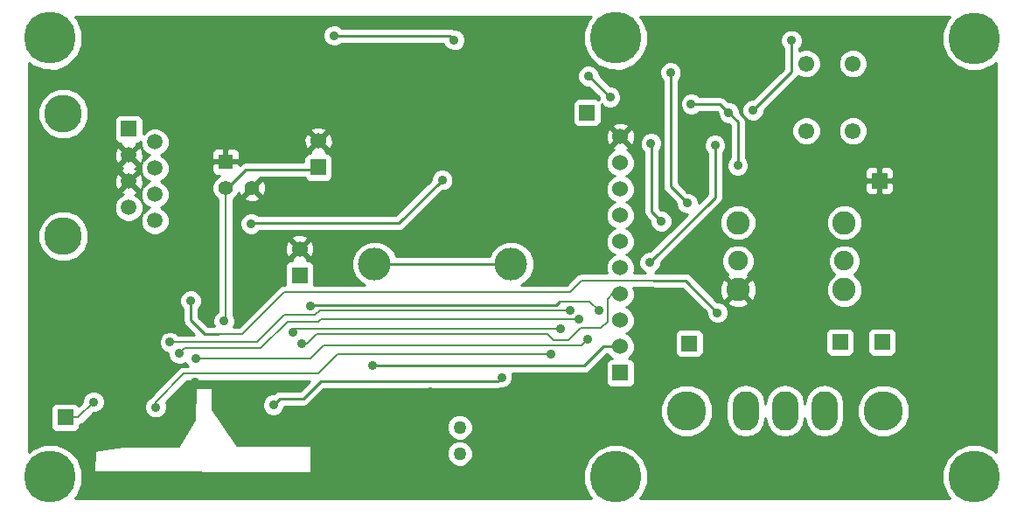
<source format=gbl>
G04 (created by PCBNEW (2013-05-31 BZR 4019)-stable) date 7/20/2013 4:15:11 PM*
%MOIN*%
G04 Gerber Fmt 3.4, Leading zero omitted, Abs format*
%FSLAX34Y34*%
G01*
G70*
G90*
G04 APERTURE LIST*
%ADD10C,0.00590551*%
%ADD11C,0.06*%
%ADD12R,0.06X0.06*%
%ADD13R,0.055X0.055*%
%ADD14C,0.055*%
%ADD15C,0.19685*%
%ADD16C,0.089*%
%ADD17C,0.0752*%
%ADD18O,0.1X0.15*%
%ADD19C,0.15*%
%ADD20C,0.125*%
%ADD21C,0.1437*%
%ADD22R,0.0591X0.0591*%
%ADD23C,0.0591*%
%ADD24C,0.061*%
%ADD25C,0.05*%
%ADD26C,0.035*%
%ADD27C,0.01*%
%ADD28C,0.008*%
G04 APERTURE END LIST*
G54D10*
G54D11*
X41830Y-18826D03*
X41830Y-19826D03*
X41830Y-22826D03*
X41830Y-23826D03*
G54D12*
X41830Y-27826D03*
G54D11*
X41830Y-26826D03*
X41830Y-25826D03*
X41830Y-24826D03*
X41830Y-21826D03*
X41830Y-20826D03*
G54D12*
X29599Y-24102D03*
G54D11*
X29599Y-23102D03*
G54D13*
X26781Y-19780D03*
G54D14*
X26781Y-20780D03*
X27781Y-20780D03*
G54D15*
X20096Y-15063D03*
X41651Y-15063D03*
X20096Y-31795D03*
X41651Y-31795D03*
G54D16*
X50364Y-22100D03*
G54D17*
X50364Y-23557D03*
G54D16*
X50364Y-24659D03*
X46309Y-24659D03*
G54D17*
X46309Y-23557D03*
G54D16*
X46309Y-22100D03*
G54D15*
X55314Y-15080D03*
X55314Y-31780D03*
G54D18*
X46610Y-29271D03*
X48110Y-29271D03*
X49610Y-29271D03*
G54D19*
X44360Y-29271D03*
X51860Y-29271D03*
G54D20*
X37664Y-23680D03*
X32464Y-23680D03*
G54D21*
X20588Y-22618D03*
X20588Y-17945D03*
G54D22*
X23088Y-18530D03*
G54D23*
X24088Y-19030D03*
X23088Y-19530D03*
X24088Y-20030D03*
X23088Y-20530D03*
X24088Y-21030D03*
X23088Y-21530D03*
X24088Y-22030D03*
G54D24*
X50689Y-16042D03*
X48917Y-16042D03*
X50689Y-18602D03*
X48917Y-18602D03*
G54D12*
X30314Y-19988D03*
G54D11*
X30314Y-18988D03*
G54D12*
X40551Y-17913D03*
X20669Y-29527D03*
G54D25*
X35700Y-30900D03*
X35700Y-29900D03*
G54D12*
X44450Y-26700D03*
X51800Y-26650D03*
X50200Y-26650D03*
X51700Y-20500D03*
G54D26*
X45531Y-25531D03*
X25454Y-25080D03*
X42992Y-19074D03*
X43385Y-22047D03*
X30923Y-14965D03*
X35492Y-15137D03*
X40610Y-16515D03*
X41437Y-17322D03*
X43740Y-16377D03*
X44389Y-21358D03*
X32381Y-27559D03*
X39535Y-26156D03*
X29348Y-26264D03*
X29683Y-26707D03*
X30019Y-25295D03*
X41002Y-25457D03*
X25648Y-27268D03*
X40569Y-26559D03*
X25018Y-27091D03*
X40264Y-25791D03*
X26711Y-25860D03*
X37300Y-28000D03*
X28600Y-29050D03*
X21751Y-28937D03*
X24663Y-26658D03*
X39929Y-25437D03*
X24112Y-29138D03*
X39191Y-27130D03*
X27755Y-22145D03*
X35039Y-20472D03*
X44527Y-17578D03*
X46299Y-19921D03*
X45964Y-17913D03*
X37500Y-28900D03*
X52598Y-15137D03*
X47755Y-18484D03*
X47381Y-15866D03*
X46889Y-15866D03*
X45393Y-15826D03*
X44901Y-15787D03*
X22834Y-31889D03*
X21751Y-28346D03*
X41437Y-29429D03*
X34579Y-28542D03*
X30224Y-31900D03*
X27379Y-23662D03*
X24919Y-23626D03*
X26379Y-17992D03*
X26279Y-16142D03*
X37579Y-20460D03*
X29079Y-28342D03*
X25629Y-28192D03*
X33329Y-19292D03*
X32729Y-20892D03*
X19801Y-23626D03*
X20982Y-27957D03*
X21376Y-26776D03*
X32793Y-15949D03*
X33187Y-18705D03*
X24525Y-26185D03*
X48346Y-15157D03*
X46889Y-17814D03*
X45433Y-19153D03*
X42952Y-23622D03*
G54D27*
X43090Y-24300D02*
X44300Y-24300D01*
X44300Y-24300D02*
X45531Y-25531D01*
G54D28*
X39904Y-24760D02*
X40364Y-24300D01*
X26524Y-26360D02*
X27404Y-26360D01*
X40364Y-24300D02*
X43090Y-24300D01*
X29004Y-24760D02*
X39904Y-24760D01*
X27404Y-26360D02*
X29004Y-24760D01*
G54D27*
X25454Y-25830D02*
X25454Y-25080D01*
X25984Y-26360D02*
X25454Y-25830D01*
X26524Y-26360D02*
X25984Y-26360D01*
X42992Y-19074D02*
X43011Y-19074D01*
X43385Y-22047D02*
X43011Y-21673D01*
X43011Y-21673D02*
X43011Y-19074D01*
X35319Y-14965D02*
X30923Y-14965D01*
X35492Y-15137D02*
X35319Y-14965D01*
X40629Y-16515D02*
X40610Y-16515D01*
X41437Y-17322D02*
X40629Y-16515D01*
X43740Y-20708D02*
X43740Y-16377D01*
X44389Y-21358D02*
X43740Y-20708D01*
X32381Y-27559D02*
X40452Y-27559D01*
X41185Y-26826D02*
X40452Y-27559D01*
X41830Y-26826D02*
X41185Y-26826D01*
G54D28*
X39535Y-26156D02*
X29457Y-26156D01*
X29457Y-26156D02*
X29348Y-26264D01*
X29683Y-26707D02*
X29887Y-26707D01*
X39032Y-26336D02*
X39286Y-26589D01*
X30258Y-26336D02*
X39032Y-26336D01*
X29887Y-26707D02*
X30258Y-26336D01*
X39850Y-26589D02*
X39286Y-26589D01*
X41090Y-26126D02*
X40313Y-26126D01*
X40313Y-26126D02*
X39850Y-26589D01*
X41346Y-25870D02*
X41346Y-25004D01*
X41559Y-24791D02*
X41848Y-24791D01*
X41346Y-25004D02*
X41559Y-24791D01*
X41090Y-26126D02*
X41346Y-25870D01*
G54D27*
X39378Y-25247D02*
X39523Y-25102D01*
X30067Y-25247D02*
X39378Y-25247D01*
X30019Y-25295D02*
X30067Y-25247D01*
G54D28*
X40647Y-25102D02*
X39523Y-25102D01*
X40647Y-25102D02*
X41002Y-25457D01*
X30504Y-26779D02*
X30015Y-27268D01*
X25648Y-27268D02*
X30015Y-27268D01*
X40569Y-26559D02*
X40349Y-26779D01*
X40349Y-26779D02*
X30504Y-26779D01*
X40264Y-25791D02*
X30408Y-25791D01*
X30408Y-25791D02*
X30314Y-25885D01*
X29133Y-25885D02*
X30314Y-25885D01*
X25214Y-26894D02*
X28125Y-26894D01*
X28125Y-26894D02*
X29133Y-25885D01*
X25018Y-27091D02*
X25214Y-26894D01*
G54D27*
X27559Y-20078D02*
X30224Y-20078D01*
X30224Y-20078D02*
X30314Y-19988D01*
X26781Y-20780D02*
X26857Y-20780D01*
X26857Y-20780D02*
X27559Y-20078D01*
G54D28*
X26781Y-25790D02*
X26781Y-20780D01*
X26711Y-25860D02*
X26781Y-25790D01*
G54D27*
X37300Y-28000D02*
X37150Y-28150D01*
X37150Y-28150D02*
X30400Y-28150D01*
X30400Y-28150D02*
X29750Y-28800D01*
X29750Y-28800D02*
X28850Y-28800D01*
X28850Y-28800D02*
X28600Y-29050D01*
G54D28*
X21161Y-29527D02*
X20669Y-29527D01*
X21751Y-28937D02*
X21161Y-29527D01*
X39929Y-25437D02*
X30369Y-25437D01*
X30369Y-25437D02*
X30192Y-25614D01*
X29014Y-25614D02*
X30192Y-25614D01*
X27970Y-26658D02*
X29014Y-25614D01*
X24663Y-26658D02*
X27970Y-26658D01*
X24112Y-29138D02*
X24112Y-28938D01*
X24112Y-28938D02*
X25196Y-27854D01*
X39191Y-27130D02*
X31038Y-27130D01*
X31038Y-27130D02*
X30314Y-27854D01*
X25196Y-27854D02*
X30314Y-27854D01*
G54D27*
X35039Y-20472D02*
X33381Y-22130D01*
X33381Y-22130D02*
X27771Y-22130D01*
X27771Y-22130D02*
X27755Y-22145D01*
X44527Y-17578D02*
X45629Y-17578D01*
X45629Y-17578D02*
X45964Y-17913D01*
X46299Y-18248D02*
X46299Y-19921D01*
X45964Y-17913D02*
X46299Y-18248D01*
X34568Y-28530D02*
X34564Y-28530D01*
X34579Y-28542D02*
X34568Y-28530D01*
X32464Y-23680D02*
X37664Y-23680D01*
X48346Y-15157D02*
X48346Y-16358D01*
X48346Y-16358D02*
X46889Y-17814D01*
X45433Y-21141D02*
X45433Y-19153D01*
X42952Y-23622D02*
X45433Y-21141D01*
G54D10*
G36*
X56136Y-30857D02*
X56014Y-30735D01*
X55560Y-30546D01*
X55069Y-30546D01*
X54615Y-30733D01*
X54268Y-31080D01*
X54080Y-31534D01*
X54079Y-32025D01*
X54267Y-32479D01*
X54386Y-32599D01*
X52860Y-32599D01*
X52860Y-29073D01*
X52708Y-28705D01*
X52427Y-28424D01*
X52350Y-28392D01*
X52350Y-26900D01*
X52350Y-26300D01*
X52312Y-26208D01*
X52250Y-26146D01*
X52250Y-20750D01*
X52250Y-20249D01*
X52249Y-20150D01*
X52211Y-20058D01*
X52141Y-19987D01*
X52049Y-19949D01*
X51812Y-19950D01*
X51750Y-20012D01*
X51750Y-20450D01*
X52187Y-20450D01*
X52250Y-20387D01*
X52250Y-20249D01*
X52250Y-20750D01*
X52250Y-20612D01*
X52187Y-20550D01*
X51750Y-20550D01*
X51750Y-20987D01*
X51812Y-21050D01*
X52049Y-21050D01*
X52141Y-21012D01*
X52211Y-20941D01*
X52249Y-20849D01*
X52250Y-20750D01*
X52250Y-26146D01*
X52241Y-26138D01*
X52149Y-26100D01*
X52050Y-26099D01*
X51650Y-26099D01*
X51650Y-20987D01*
X51650Y-20550D01*
X51650Y-20450D01*
X51650Y-20012D01*
X51587Y-19950D01*
X51350Y-19949D01*
X51258Y-19987D01*
X51244Y-20002D01*
X51244Y-18492D01*
X51244Y-15932D01*
X51159Y-15728D01*
X51003Y-15572D01*
X50800Y-15487D01*
X50579Y-15487D01*
X50375Y-15572D01*
X50218Y-15728D01*
X50134Y-15931D01*
X50134Y-16152D01*
X50218Y-16356D01*
X50374Y-16513D01*
X50578Y-16597D01*
X50799Y-16597D01*
X51003Y-16513D01*
X51159Y-16357D01*
X51244Y-16153D01*
X51244Y-15932D01*
X51244Y-18492D01*
X51159Y-18288D01*
X51003Y-18132D01*
X50800Y-18047D01*
X50579Y-18047D01*
X50375Y-18132D01*
X50218Y-18288D01*
X50134Y-18491D01*
X50134Y-18712D01*
X50218Y-18916D01*
X50374Y-19073D01*
X50578Y-19157D01*
X50799Y-19157D01*
X51003Y-19073D01*
X51159Y-18917D01*
X51244Y-18713D01*
X51244Y-18492D01*
X51244Y-20002D01*
X51188Y-20058D01*
X51150Y-20150D01*
X51149Y-20249D01*
X51150Y-20387D01*
X51212Y-20450D01*
X51650Y-20450D01*
X51650Y-20550D01*
X51212Y-20550D01*
X51150Y-20612D01*
X51149Y-20750D01*
X51150Y-20849D01*
X51188Y-20941D01*
X51258Y-21012D01*
X51350Y-21050D01*
X51587Y-21050D01*
X51650Y-20987D01*
X51650Y-26099D01*
X51450Y-26099D01*
X51358Y-26137D01*
X51288Y-26208D01*
X51250Y-26300D01*
X51249Y-26399D01*
X51249Y-26999D01*
X51287Y-27091D01*
X51358Y-27161D01*
X51450Y-27199D01*
X51549Y-27200D01*
X52149Y-27200D01*
X52241Y-27162D01*
X52311Y-27091D01*
X52349Y-26999D01*
X52350Y-26900D01*
X52350Y-28392D01*
X52060Y-28271D01*
X51662Y-28271D01*
X51294Y-28423D01*
X51059Y-28658D01*
X51059Y-24522D01*
X51059Y-21963D01*
X50953Y-21707D01*
X50758Y-21512D01*
X50503Y-21406D01*
X50226Y-21405D01*
X49971Y-21511D01*
X49775Y-21706D01*
X49669Y-21962D01*
X49669Y-22238D01*
X49774Y-22494D01*
X49969Y-22689D01*
X50225Y-22795D01*
X50501Y-22796D01*
X50757Y-22690D01*
X50953Y-22495D01*
X51059Y-22239D01*
X51059Y-21963D01*
X51059Y-24522D01*
X50953Y-24266D01*
X50758Y-24071D01*
X50742Y-24064D01*
X50894Y-23913D01*
X50990Y-23683D01*
X50990Y-23433D01*
X50895Y-23203D01*
X50719Y-23027D01*
X50489Y-22932D01*
X50240Y-22931D01*
X50010Y-23026D01*
X49833Y-23202D01*
X49738Y-23432D01*
X49738Y-23681D01*
X49833Y-23912D01*
X49985Y-24064D01*
X49971Y-24070D01*
X49775Y-24265D01*
X49669Y-24521D01*
X49669Y-24797D01*
X49774Y-25053D01*
X49969Y-25248D01*
X50225Y-25354D01*
X50501Y-25355D01*
X50757Y-25249D01*
X50953Y-25054D01*
X51059Y-24798D01*
X51059Y-24522D01*
X51059Y-28658D01*
X51012Y-28704D01*
X50860Y-29071D01*
X50860Y-29469D01*
X51011Y-29837D01*
X51293Y-30118D01*
X51660Y-30271D01*
X52058Y-30271D01*
X52425Y-30119D01*
X52707Y-29838D01*
X52860Y-29471D01*
X52860Y-29073D01*
X52860Y-32599D01*
X50750Y-32599D01*
X50750Y-26900D01*
X50750Y-26300D01*
X50712Y-26208D01*
X50641Y-26138D01*
X50549Y-26100D01*
X50450Y-26099D01*
X49850Y-26099D01*
X49758Y-26137D01*
X49688Y-26208D01*
X49650Y-26300D01*
X49649Y-26399D01*
X49649Y-26999D01*
X49687Y-27091D01*
X49758Y-27161D01*
X49850Y-27199D01*
X49949Y-27200D01*
X50549Y-27200D01*
X50641Y-27162D01*
X50711Y-27091D01*
X50749Y-26999D01*
X50750Y-26900D01*
X50750Y-32599D01*
X50360Y-32599D01*
X50360Y-29541D01*
X50360Y-29002D01*
X50303Y-28715D01*
X50140Y-28471D01*
X49897Y-28309D01*
X49610Y-28252D01*
X49472Y-28279D01*
X49472Y-18492D01*
X49472Y-15932D01*
X49387Y-15728D01*
X49231Y-15572D01*
X49028Y-15487D01*
X48807Y-15487D01*
X48646Y-15554D01*
X48646Y-15458D01*
X48706Y-15398D01*
X48771Y-15242D01*
X48771Y-15073D01*
X48706Y-14917D01*
X48587Y-14797D01*
X48431Y-14732D01*
X48262Y-14732D01*
X48106Y-14796D01*
X47986Y-14916D01*
X47921Y-15072D01*
X47921Y-15241D01*
X47985Y-15397D01*
X48046Y-15458D01*
X48046Y-16234D01*
X46890Y-17389D01*
X46805Y-17389D01*
X46649Y-17454D01*
X46529Y-17573D01*
X46464Y-17730D01*
X46464Y-17899D01*
X46529Y-18055D01*
X46648Y-18175D01*
X46804Y-18239D01*
X46973Y-18240D01*
X47130Y-18175D01*
X47249Y-18056D01*
X47314Y-17899D01*
X47314Y-17814D01*
X48558Y-16570D01*
X48599Y-16509D01*
X48602Y-16513D01*
X48806Y-16597D01*
X49027Y-16597D01*
X49231Y-16513D01*
X49387Y-16357D01*
X49472Y-16153D01*
X49472Y-15932D01*
X49472Y-18492D01*
X49387Y-18288D01*
X49231Y-18132D01*
X49028Y-18047D01*
X48807Y-18047D01*
X48603Y-18132D01*
X48446Y-18288D01*
X48362Y-18491D01*
X48362Y-18712D01*
X48446Y-18916D01*
X48602Y-19073D01*
X48806Y-19157D01*
X49027Y-19157D01*
X49231Y-19073D01*
X49387Y-18917D01*
X49472Y-18713D01*
X49472Y-18492D01*
X49472Y-28279D01*
X49323Y-28309D01*
X49079Y-28471D01*
X48917Y-28715D01*
X48860Y-29002D01*
X48803Y-28715D01*
X48640Y-28471D01*
X48397Y-28309D01*
X48110Y-28252D01*
X47823Y-28309D01*
X47579Y-28471D01*
X47417Y-28715D01*
X47360Y-29002D01*
X47303Y-28715D01*
X47140Y-28471D01*
X47008Y-28383D01*
X47008Y-24776D01*
X47004Y-24652D01*
X47004Y-21963D01*
X46898Y-21707D01*
X46724Y-21533D01*
X46724Y-19837D01*
X46659Y-19680D01*
X46599Y-19620D01*
X46599Y-18248D01*
X46576Y-18133D01*
X46511Y-18035D01*
X46511Y-18035D01*
X46389Y-17914D01*
X46389Y-17829D01*
X46325Y-17672D01*
X46205Y-17553D01*
X46049Y-17488D01*
X45963Y-17488D01*
X45842Y-17366D01*
X45744Y-17301D01*
X45629Y-17278D01*
X44828Y-17278D01*
X44768Y-17218D01*
X44612Y-17153D01*
X44443Y-17153D01*
X44287Y-17218D01*
X44167Y-17337D01*
X44102Y-17493D01*
X44102Y-17662D01*
X44167Y-17819D01*
X44286Y-17938D01*
X44442Y-18003D01*
X44611Y-18003D01*
X44767Y-17939D01*
X44828Y-17878D01*
X45505Y-17878D01*
X45539Y-17912D01*
X45539Y-17997D01*
X45604Y-18153D01*
X45723Y-18273D01*
X45879Y-18338D01*
X45965Y-18338D01*
X45999Y-18372D01*
X45999Y-19620D01*
X45939Y-19680D01*
X45874Y-19836D01*
X45874Y-20005D01*
X45938Y-20161D01*
X46058Y-20281D01*
X46214Y-20346D01*
X46383Y-20346D01*
X46539Y-20281D01*
X46659Y-20162D01*
X46724Y-20006D01*
X46724Y-19837D01*
X46724Y-21533D01*
X46703Y-21512D01*
X46448Y-21406D01*
X46171Y-21405D01*
X45916Y-21511D01*
X45720Y-21706D01*
X45614Y-21962D01*
X45614Y-22238D01*
X45719Y-22494D01*
X45914Y-22689D01*
X46170Y-22795D01*
X46446Y-22796D01*
X46702Y-22690D01*
X46898Y-22495D01*
X47004Y-22239D01*
X47004Y-21963D01*
X47004Y-24652D01*
X46999Y-24499D01*
X46935Y-24344D01*
X46935Y-23433D01*
X46840Y-23203D01*
X46664Y-23027D01*
X46434Y-22932D01*
X46185Y-22931D01*
X45955Y-23026D01*
X45778Y-23202D01*
X45683Y-23432D01*
X45683Y-23681D01*
X45778Y-23912D01*
X45931Y-24065D01*
X45889Y-24169D01*
X46309Y-24589D01*
X46729Y-24169D01*
X46686Y-24065D01*
X46839Y-23913D01*
X46935Y-23683D01*
X46935Y-23433D01*
X46935Y-24344D01*
X46910Y-24284D01*
X46800Y-24239D01*
X46379Y-24659D01*
X46800Y-25080D01*
X46910Y-25034D01*
X47008Y-24776D01*
X47008Y-28383D01*
X46897Y-28309D01*
X46729Y-28275D01*
X46729Y-25150D01*
X46309Y-24730D01*
X46238Y-24801D01*
X46238Y-24659D01*
X45818Y-24239D01*
X45707Y-24284D01*
X45610Y-24543D01*
X45618Y-24819D01*
X45707Y-25034D01*
X45818Y-25080D01*
X46238Y-24659D01*
X46238Y-24801D01*
X45889Y-25150D01*
X45934Y-25261D01*
X46192Y-25358D01*
X46469Y-25350D01*
X46684Y-25261D01*
X46729Y-25150D01*
X46729Y-28275D01*
X46610Y-28252D01*
X46323Y-28309D01*
X46079Y-28471D01*
X45956Y-28656D01*
X45956Y-25447D01*
X45892Y-25291D01*
X45772Y-25171D01*
X45616Y-25106D01*
X45530Y-25106D01*
X44513Y-24088D01*
X44415Y-24023D01*
X44300Y-24000D01*
X43148Y-24000D01*
X43193Y-23982D01*
X43312Y-23863D01*
X43377Y-23706D01*
X43377Y-23621D01*
X45645Y-21353D01*
X45645Y-21353D01*
X45710Y-21256D01*
X45733Y-21141D01*
X45733Y-21141D01*
X45733Y-19454D01*
X45793Y-19394D01*
X45857Y-19238D01*
X45858Y-19069D01*
X45793Y-18913D01*
X45674Y-18793D01*
X45517Y-18728D01*
X45348Y-18728D01*
X45192Y-18793D01*
X45072Y-18912D01*
X45008Y-19068D01*
X45007Y-19237D01*
X45072Y-19393D01*
X45133Y-19454D01*
X45133Y-21017D01*
X44814Y-21335D01*
X44814Y-21274D01*
X44750Y-21117D01*
X44630Y-20998D01*
X44474Y-20933D01*
X44389Y-20933D01*
X44040Y-20584D01*
X44040Y-16678D01*
X44100Y-16619D01*
X44165Y-16462D01*
X44165Y-16293D01*
X44100Y-16137D01*
X43981Y-16017D01*
X43825Y-15953D01*
X43655Y-15952D01*
X43499Y-16017D01*
X43380Y-16136D01*
X43315Y-16293D01*
X43315Y-16462D01*
X43379Y-16618D01*
X43440Y-16678D01*
X43440Y-20708D01*
X43462Y-20823D01*
X43528Y-20920D01*
X43964Y-21357D01*
X43964Y-21442D01*
X44029Y-21598D01*
X44148Y-21718D01*
X44304Y-21783D01*
X44367Y-21783D01*
X43810Y-22339D01*
X43810Y-21963D01*
X43746Y-21806D01*
X43626Y-21687D01*
X43470Y-21622D01*
X43385Y-21622D01*
X43311Y-21548D01*
X43311Y-19356D01*
X43352Y-19315D01*
X43417Y-19159D01*
X43417Y-18990D01*
X43352Y-18834D01*
X43233Y-18714D01*
X43077Y-18649D01*
X42907Y-18649D01*
X42751Y-18714D01*
X42632Y-18833D01*
X42567Y-18989D01*
X42567Y-19158D01*
X42631Y-19315D01*
X42711Y-19395D01*
X42711Y-21673D01*
X42734Y-21788D01*
X42799Y-21885D01*
X42960Y-22046D01*
X42960Y-22131D01*
X43025Y-22287D01*
X43144Y-22407D01*
X43300Y-22472D01*
X43469Y-22472D01*
X43626Y-22407D01*
X43745Y-22288D01*
X43810Y-22132D01*
X43810Y-21963D01*
X43810Y-22339D01*
X42953Y-23197D01*
X42868Y-23196D01*
X42712Y-23261D01*
X42592Y-23380D01*
X42527Y-23537D01*
X42527Y-23706D01*
X42592Y-23862D01*
X42711Y-23982D01*
X42781Y-24010D01*
X42385Y-24010D01*
X42385Y-18908D01*
X42374Y-18690D01*
X42311Y-18538D01*
X42216Y-18511D01*
X42145Y-18582D01*
X42145Y-18440D01*
X42118Y-18345D01*
X41912Y-18271D01*
X41862Y-18274D01*
X41862Y-17238D01*
X41797Y-17082D01*
X41678Y-16962D01*
X41521Y-16897D01*
X41436Y-16897D01*
X41035Y-16496D01*
X41035Y-16431D01*
X40970Y-16275D01*
X40851Y-16155D01*
X40695Y-16090D01*
X40526Y-16090D01*
X40369Y-16155D01*
X40250Y-16274D01*
X40185Y-16430D01*
X40185Y-16599D01*
X40249Y-16756D01*
X40369Y-16875D01*
X40525Y-16940D01*
X40630Y-16940D01*
X41012Y-17322D01*
X41011Y-17407D01*
X41021Y-17430D01*
X40992Y-17401D01*
X40901Y-17363D01*
X40801Y-17363D01*
X40201Y-17363D01*
X40109Y-17401D01*
X40039Y-17471D01*
X40001Y-17563D01*
X40001Y-17662D01*
X40001Y-18262D01*
X40039Y-18354D01*
X40109Y-18425D01*
X40201Y-18463D01*
X40300Y-18463D01*
X40900Y-18463D01*
X40992Y-18425D01*
X41062Y-18355D01*
X41101Y-18263D01*
X41101Y-18163D01*
X41101Y-17588D01*
X41195Y-17682D01*
X41352Y-17747D01*
X41521Y-17747D01*
X41677Y-17683D01*
X41797Y-17563D01*
X41861Y-17407D01*
X41862Y-17238D01*
X41862Y-18274D01*
X41693Y-18282D01*
X41542Y-18345D01*
X41515Y-18440D01*
X41830Y-18756D01*
X42145Y-18440D01*
X42145Y-18582D01*
X41901Y-18826D01*
X42216Y-19141D01*
X42311Y-19114D01*
X42385Y-18908D01*
X42385Y-24010D01*
X42349Y-24010D01*
X42380Y-23936D01*
X42380Y-23717D01*
X42297Y-23515D01*
X42142Y-23360D01*
X42060Y-23326D01*
X42141Y-23293D01*
X42296Y-23138D01*
X42380Y-22936D01*
X42380Y-22717D01*
X42297Y-22515D01*
X42142Y-22360D01*
X42060Y-22326D01*
X42141Y-22293D01*
X42296Y-22138D01*
X42380Y-21936D01*
X42380Y-21717D01*
X42297Y-21515D01*
X42142Y-21360D01*
X42060Y-21326D01*
X42141Y-21293D01*
X42296Y-21138D01*
X42380Y-20936D01*
X42380Y-20717D01*
X42297Y-20515D01*
X42142Y-20360D01*
X42060Y-20326D01*
X42141Y-20293D01*
X42296Y-20138D01*
X42380Y-19936D01*
X42380Y-19717D01*
X42297Y-19515D01*
X42142Y-19360D01*
X42067Y-19329D01*
X42118Y-19308D01*
X42145Y-19212D01*
X41830Y-18897D01*
X41759Y-18968D01*
X41759Y-18826D01*
X41444Y-18511D01*
X41349Y-18538D01*
X41275Y-18745D01*
X41286Y-18963D01*
X41349Y-19114D01*
X41444Y-19141D01*
X41759Y-18826D01*
X41759Y-18968D01*
X41515Y-19212D01*
X41542Y-19308D01*
X41598Y-19327D01*
X41519Y-19360D01*
X41364Y-19514D01*
X41280Y-19716D01*
X41280Y-19935D01*
X41364Y-20137D01*
X41518Y-20292D01*
X41600Y-20326D01*
X41519Y-20360D01*
X41364Y-20514D01*
X41280Y-20716D01*
X41280Y-20935D01*
X41364Y-21137D01*
X41518Y-21292D01*
X41600Y-21326D01*
X41519Y-21360D01*
X41364Y-21514D01*
X41280Y-21716D01*
X41280Y-21935D01*
X41364Y-22137D01*
X41518Y-22292D01*
X41600Y-22326D01*
X41519Y-22360D01*
X41364Y-22514D01*
X41280Y-22716D01*
X41280Y-22935D01*
X41364Y-23137D01*
X41518Y-23292D01*
X41600Y-23326D01*
X41519Y-23360D01*
X41364Y-23514D01*
X41280Y-23716D01*
X41280Y-23935D01*
X41311Y-24010D01*
X40364Y-24010D01*
X40253Y-24033D01*
X40159Y-24095D01*
X39784Y-24470D01*
X38043Y-24470D01*
X38159Y-24423D01*
X38405Y-24177D01*
X38539Y-23855D01*
X38539Y-23507D01*
X38406Y-23185D01*
X38160Y-22939D01*
X37838Y-22806D01*
X37490Y-22805D01*
X37169Y-22938D01*
X36922Y-23184D01*
X36841Y-23380D01*
X35917Y-23380D01*
X35917Y-15053D01*
X35852Y-14897D01*
X35733Y-14777D01*
X35577Y-14712D01*
X35471Y-14712D01*
X35471Y-14712D01*
X35434Y-14688D01*
X35319Y-14665D01*
X31224Y-14665D01*
X31164Y-14605D01*
X31008Y-14540D01*
X30839Y-14540D01*
X30683Y-14604D01*
X30563Y-14724D01*
X30498Y-14880D01*
X30498Y-15049D01*
X30563Y-15205D01*
X30682Y-15325D01*
X30838Y-15390D01*
X31007Y-15390D01*
X31164Y-15325D01*
X31224Y-15265D01*
X35084Y-15265D01*
X35131Y-15378D01*
X35251Y-15497D01*
X35407Y-15562D01*
X35576Y-15562D01*
X35732Y-15498D01*
X35852Y-15378D01*
X35917Y-15222D01*
X35917Y-15053D01*
X35917Y-23380D01*
X35464Y-23380D01*
X35464Y-20388D01*
X35399Y-20232D01*
X35280Y-20112D01*
X35124Y-20047D01*
X34955Y-20047D01*
X34798Y-20111D01*
X34679Y-20231D01*
X34614Y-20387D01*
X34614Y-20473D01*
X33256Y-21830D01*
X30869Y-21830D01*
X30869Y-19069D01*
X30858Y-18851D01*
X30796Y-18700D01*
X30700Y-18672D01*
X30630Y-18743D01*
X30630Y-18602D01*
X30602Y-18506D01*
X30396Y-18433D01*
X30178Y-18444D01*
X30027Y-18506D01*
X29999Y-18602D01*
X30314Y-18917D01*
X30630Y-18602D01*
X30630Y-18743D01*
X30385Y-18988D01*
X30700Y-19303D01*
X30796Y-19276D01*
X30869Y-19069D01*
X30869Y-21830D01*
X28311Y-21830D01*
X28311Y-20855D01*
X28300Y-20647D01*
X28242Y-20507D01*
X28149Y-20483D01*
X27852Y-20780D01*
X28149Y-21077D01*
X28242Y-21052D01*
X28311Y-20855D01*
X28311Y-21830D01*
X28078Y-21830D01*
X28078Y-21147D01*
X27781Y-20850D01*
X27484Y-21147D01*
X27509Y-21240D01*
X27706Y-21310D01*
X27914Y-21298D01*
X28054Y-21240D01*
X28078Y-21147D01*
X28078Y-21830D01*
X28041Y-21830D01*
X27996Y-21785D01*
X27840Y-21720D01*
X27671Y-21720D01*
X27515Y-21785D01*
X27395Y-21904D01*
X27330Y-22060D01*
X27330Y-22229D01*
X27395Y-22386D01*
X27514Y-22505D01*
X27670Y-22570D01*
X27840Y-22570D01*
X27996Y-22506D01*
X28072Y-22430D01*
X33381Y-22430D01*
X33381Y-22430D01*
X33496Y-22407D01*
X33496Y-22407D01*
X33593Y-22342D01*
X35038Y-20897D01*
X35123Y-20897D01*
X35279Y-20832D01*
X35399Y-20713D01*
X35464Y-20557D01*
X35464Y-20388D01*
X35464Y-23380D01*
X33286Y-23380D01*
X33206Y-23185D01*
X32960Y-22939D01*
X32638Y-22806D01*
X32290Y-22805D01*
X31969Y-22938D01*
X31722Y-23184D01*
X31589Y-23506D01*
X31589Y-23854D01*
X31721Y-24175D01*
X31967Y-24422D01*
X32085Y-24470D01*
X30154Y-24470D01*
X30154Y-23184D01*
X30143Y-22965D01*
X30080Y-22814D01*
X29985Y-22787D01*
X29914Y-22857D01*
X29914Y-22716D01*
X29887Y-22621D01*
X29681Y-22547D01*
X29462Y-22558D01*
X29311Y-22621D01*
X29284Y-22716D01*
X29599Y-23031D01*
X29914Y-22716D01*
X29914Y-22857D01*
X29670Y-23102D01*
X29985Y-23417D01*
X30080Y-23390D01*
X30154Y-23184D01*
X30154Y-24470D01*
X30141Y-24470D01*
X30149Y-24452D01*
X30149Y-24352D01*
X30149Y-23752D01*
X30111Y-23660D01*
X30041Y-23590D01*
X29949Y-23552D01*
X29896Y-23552D01*
X29914Y-23488D01*
X29599Y-23173D01*
X29528Y-23243D01*
X29528Y-23102D01*
X29213Y-22787D01*
X29118Y-22814D01*
X29044Y-23020D01*
X29055Y-23239D01*
X29118Y-23390D01*
X29213Y-23417D01*
X29528Y-23102D01*
X29528Y-23243D01*
X29284Y-23488D01*
X29302Y-23552D01*
X29250Y-23552D01*
X29158Y-23590D01*
X29087Y-23660D01*
X29049Y-23752D01*
X29049Y-23851D01*
X29049Y-24451D01*
X29057Y-24470D01*
X29004Y-24470D01*
X29004Y-24470D01*
X28893Y-24493D01*
X28799Y-24555D01*
X28799Y-24555D01*
X28799Y-24555D01*
X27284Y-26070D01*
X27083Y-26070D01*
X27135Y-25945D01*
X27136Y-25776D01*
X27071Y-25621D01*
X27071Y-21228D01*
X27078Y-21225D01*
X27226Y-21077D01*
X27279Y-20951D01*
X27321Y-21052D01*
X27414Y-21077D01*
X27711Y-20780D01*
X27705Y-20774D01*
X27776Y-20703D01*
X27781Y-20709D01*
X28078Y-20412D01*
X28070Y-20378D01*
X29781Y-20378D01*
X29802Y-20429D01*
X29873Y-20500D01*
X29965Y-20538D01*
X30064Y-20538D01*
X30664Y-20538D01*
X30756Y-20500D01*
X30826Y-20429D01*
X30864Y-20338D01*
X30865Y-20238D01*
X30865Y-19638D01*
X30827Y-19546D01*
X30756Y-19476D01*
X30664Y-19438D01*
X30611Y-19438D01*
X30630Y-19374D01*
X30314Y-19058D01*
X30244Y-19129D01*
X30244Y-18988D01*
X29929Y-18672D01*
X29833Y-18700D01*
X29760Y-18906D01*
X29771Y-19124D01*
X29833Y-19276D01*
X29929Y-19303D01*
X30244Y-18988D01*
X30244Y-19129D01*
X29999Y-19374D01*
X30018Y-19438D01*
X29965Y-19438D01*
X29873Y-19476D01*
X29803Y-19546D01*
X29765Y-19638D01*
X29764Y-19737D01*
X29764Y-19778D01*
X27559Y-19778D01*
X27444Y-19801D01*
X27346Y-19866D01*
X27306Y-19906D01*
X27306Y-19455D01*
X27268Y-19363D01*
X27198Y-19293D01*
X27106Y-19255D01*
X27007Y-19255D01*
X26894Y-19255D01*
X26831Y-19317D01*
X26831Y-19730D01*
X27244Y-19730D01*
X27306Y-19667D01*
X27306Y-19455D01*
X27306Y-19906D01*
X27306Y-19906D01*
X27306Y-19892D01*
X27244Y-19830D01*
X26831Y-19830D01*
X26831Y-19838D01*
X26731Y-19838D01*
X26731Y-19830D01*
X26731Y-19730D01*
X26731Y-19317D01*
X26669Y-19255D01*
X26556Y-19255D01*
X26456Y-19255D01*
X26365Y-19293D01*
X26294Y-19363D01*
X26256Y-19455D01*
X26256Y-19667D01*
X26319Y-19730D01*
X26731Y-19730D01*
X26731Y-19830D01*
X26319Y-19830D01*
X26256Y-19892D01*
X26256Y-20104D01*
X26294Y-20196D01*
X26365Y-20266D01*
X26456Y-20305D01*
X26556Y-20305D01*
X26556Y-20305D01*
X26484Y-20334D01*
X26337Y-20482D01*
X26256Y-20675D01*
X26256Y-20884D01*
X26336Y-21077D01*
X26484Y-21224D01*
X26491Y-21228D01*
X26491Y-25491D01*
X26470Y-25500D01*
X26350Y-25619D01*
X26286Y-25775D01*
X26285Y-25945D01*
X26333Y-26060D01*
X26108Y-26060D01*
X25754Y-25706D01*
X25754Y-25381D01*
X25814Y-25322D01*
X25879Y-25165D01*
X25879Y-24996D01*
X25814Y-24840D01*
X25695Y-24720D01*
X25539Y-24656D01*
X25370Y-24655D01*
X25213Y-24720D01*
X25094Y-24839D01*
X25029Y-24996D01*
X25029Y-25165D01*
X25093Y-25321D01*
X25154Y-25381D01*
X25154Y-25830D01*
X25177Y-25945D01*
X25242Y-26043D01*
X25567Y-26368D01*
X24974Y-26368D01*
X24904Y-26298D01*
X24748Y-26233D01*
X24634Y-26233D01*
X24634Y-21922D01*
X24551Y-21721D01*
X24398Y-21567D01*
X24307Y-21530D01*
X24397Y-21492D01*
X24551Y-21339D01*
X24634Y-21139D01*
X24634Y-20922D01*
X24551Y-20721D01*
X24398Y-20567D01*
X24307Y-20530D01*
X24397Y-20492D01*
X24551Y-20339D01*
X24634Y-20139D01*
X24634Y-19922D01*
X24551Y-19721D01*
X24398Y-19567D01*
X24307Y-19530D01*
X24397Y-19492D01*
X24551Y-19339D01*
X24634Y-19139D01*
X24634Y-18922D01*
X24551Y-18721D01*
X24398Y-18567D01*
X24197Y-18484D01*
X23980Y-18484D01*
X23780Y-18567D01*
X23634Y-18713D01*
X23634Y-18185D01*
X23596Y-18093D01*
X23526Y-18022D01*
X23434Y-17984D01*
X23334Y-17984D01*
X22743Y-17984D01*
X22652Y-18022D01*
X22581Y-18092D01*
X22543Y-18184D01*
X22543Y-18284D01*
X22543Y-18875D01*
X22581Y-18967D01*
X22651Y-19037D01*
X22743Y-19075D01*
X22797Y-19075D01*
X22777Y-19147D01*
X23088Y-19459D01*
X23400Y-19147D01*
X23380Y-19075D01*
X23433Y-19075D01*
X23525Y-19037D01*
X23543Y-19020D01*
X23543Y-19138D01*
X23626Y-19338D01*
X23779Y-19492D01*
X23870Y-19530D01*
X23780Y-19567D01*
X23639Y-19708D01*
X23639Y-19610D01*
X23628Y-19394D01*
X23566Y-19245D01*
X23471Y-19218D01*
X23159Y-19530D01*
X23471Y-19842D01*
X23566Y-19815D01*
X23639Y-19610D01*
X23639Y-19708D01*
X23626Y-19720D01*
X23543Y-19921D01*
X23543Y-20138D01*
X23626Y-20338D01*
X23779Y-20492D01*
X23870Y-20530D01*
X23780Y-20567D01*
X23639Y-20708D01*
X23639Y-20610D01*
X23628Y-20394D01*
X23566Y-20245D01*
X23471Y-20218D01*
X23400Y-20288D01*
X23400Y-20147D01*
X23374Y-20052D01*
X23315Y-20031D01*
X23374Y-20007D01*
X23400Y-19912D01*
X23088Y-19600D01*
X23018Y-19671D01*
X23018Y-19530D01*
X22706Y-19218D01*
X22611Y-19245D01*
X22538Y-19449D01*
X22549Y-19666D01*
X22611Y-19815D01*
X22706Y-19842D01*
X23018Y-19530D01*
X23018Y-19671D01*
X22777Y-19912D01*
X22803Y-20007D01*
X22862Y-20028D01*
X22803Y-20052D01*
X22777Y-20147D01*
X23088Y-20459D01*
X23400Y-20147D01*
X23400Y-20288D01*
X23159Y-20530D01*
X23471Y-20842D01*
X23566Y-20815D01*
X23639Y-20610D01*
X23639Y-20708D01*
X23626Y-20720D01*
X23543Y-20921D01*
X23543Y-21138D01*
X23626Y-21338D01*
X23779Y-21492D01*
X23870Y-21530D01*
X23780Y-21567D01*
X23634Y-21712D01*
X23634Y-21422D01*
X23551Y-21221D01*
X23398Y-21067D01*
X23313Y-21032D01*
X23374Y-21007D01*
X23400Y-20912D01*
X23088Y-20600D01*
X23018Y-20671D01*
X23018Y-20530D01*
X22706Y-20218D01*
X22611Y-20245D01*
X22538Y-20449D01*
X22549Y-20666D01*
X22611Y-20815D01*
X22706Y-20842D01*
X23018Y-20530D01*
X23018Y-20671D01*
X22777Y-20912D01*
X22803Y-21007D01*
X22868Y-21030D01*
X22780Y-21067D01*
X22626Y-21220D01*
X22543Y-21421D01*
X22543Y-21638D01*
X22626Y-21838D01*
X22779Y-21992D01*
X22979Y-22075D01*
X23197Y-22075D01*
X23397Y-21992D01*
X23551Y-21839D01*
X23634Y-21639D01*
X23634Y-21422D01*
X23634Y-21712D01*
X23626Y-21720D01*
X23543Y-21921D01*
X23543Y-22138D01*
X23626Y-22338D01*
X23779Y-22492D01*
X23979Y-22575D01*
X24197Y-22575D01*
X24397Y-22492D01*
X24551Y-22339D01*
X24634Y-22139D01*
X24634Y-21922D01*
X24634Y-26233D01*
X24579Y-26233D01*
X24423Y-26297D01*
X24303Y-26417D01*
X24238Y-26573D01*
X24238Y-26742D01*
X24303Y-26898D01*
X24422Y-27018D01*
X24578Y-27083D01*
X24593Y-27083D01*
X24593Y-27175D01*
X24657Y-27331D01*
X24777Y-27451D01*
X24933Y-27516D01*
X25102Y-27516D01*
X25258Y-27451D01*
X25262Y-27447D01*
X25287Y-27508D01*
X25342Y-27564D01*
X25196Y-27564D01*
X25085Y-27586D01*
X24991Y-27649D01*
X23907Y-28733D01*
X23880Y-28774D01*
X23872Y-28777D01*
X23752Y-28897D01*
X23687Y-29053D01*
X23687Y-29222D01*
X23752Y-29378D01*
X23871Y-29498D01*
X24027Y-29563D01*
X24196Y-29563D01*
X24353Y-29498D01*
X24472Y-29379D01*
X24537Y-29223D01*
X24537Y-29054D01*
X24499Y-28961D01*
X25316Y-28144D01*
X29981Y-28144D01*
X29625Y-28500D01*
X28850Y-28500D01*
X28735Y-28522D01*
X28637Y-28587D01*
X28600Y-28625D01*
X28515Y-28624D01*
X28359Y-28689D01*
X28239Y-28808D01*
X28175Y-28965D01*
X28174Y-29134D01*
X28239Y-29290D01*
X28358Y-29410D01*
X28515Y-29474D01*
X28684Y-29475D01*
X28840Y-29410D01*
X28960Y-29291D01*
X29024Y-29134D01*
X29024Y-29100D01*
X29750Y-29100D01*
X29750Y-29099D01*
X29864Y-29077D01*
X29864Y-29077D01*
X29962Y-29012D01*
X30524Y-28450D01*
X37150Y-28450D01*
X37150Y-28449D01*
X37264Y-28427D01*
X37264Y-28427D01*
X37268Y-28424D01*
X37268Y-28424D01*
X37384Y-28425D01*
X37540Y-28360D01*
X37660Y-28241D01*
X37724Y-28084D01*
X37725Y-27915D01*
X37701Y-27859D01*
X40452Y-27859D01*
X40452Y-27859D01*
X40567Y-27836D01*
X40567Y-27836D01*
X40664Y-27771D01*
X41309Y-27126D01*
X41359Y-27126D01*
X41364Y-27137D01*
X41502Y-27276D01*
X41481Y-27276D01*
X41389Y-27314D01*
X41318Y-27384D01*
X41280Y-27476D01*
X41280Y-27576D01*
X41280Y-28176D01*
X41318Y-28268D01*
X41388Y-28338D01*
X41480Y-28376D01*
X41580Y-28376D01*
X42180Y-28376D01*
X42272Y-28338D01*
X42342Y-28268D01*
X42380Y-28176D01*
X42380Y-28077D01*
X42380Y-27477D01*
X42342Y-27385D01*
X42272Y-27314D01*
X42180Y-27276D01*
X42158Y-27276D01*
X42296Y-27138D01*
X42380Y-26936D01*
X42380Y-26717D01*
X42297Y-26515D01*
X42142Y-26360D01*
X42060Y-26326D01*
X42141Y-26293D01*
X42296Y-26138D01*
X42380Y-25936D01*
X42380Y-25717D01*
X42297Y-25515D01*
X42142Y-25360D01*
X42060Y-25326D01*
X42141Y-25293D01*
X42296Y-25138D01*
X42380Y-24936D01*
X42380Y-24717D01*
X42328Y-24590D01*
X43040Y-24590D01*
X43090Y-24600D01*
X44176Y-24600D01*
X45106Y-25530D01*
X45106Y-25615D01*
X45170Y-25771D01*
X45290Y-25891D01*
X45446Y-25956D01*
X45615Y-25956D01*
X45771Y-25892D01*
X45891Y-25772D01*
X45956Y-25616D01*
X45956Y-25447D01*
X45956Y-28656D01*
X45917Y-28715D01*
X45860Y-29002D01*
X45860Y-29541D01*
X45917Y-29828D01*
X46079Y-30071D01*
X46323Y-30234D01*
X46610Y-30291D01*
X46897Y-30234D01*
X47140Y-30071D01*
X47303Y-29828D01*
X47360Y-29541D01*
X47417Y-29828D01*
X47579Y-30071D01*
X47823Y-30234D01*
X48110Y-30291D01*
X48397Y-30234D01*
X48640Y-30071D01*
X48803Y-29828D01*
X48860Y-29541D01*
X48917Y-29828D01*
X49079Y-30071D01*
X49323Y-30234D01*
X49610Y-30291D01*
X49897Y-30234D01*
X50140Y-30071D01*
X50303Y-29828D01*
X50360Y-29541D01*
X50360Y-32599D01*
X45360Y-32599D01*
X45360Y-29073D01*
X45208Y-28705D01*
X45000Y-28497D01*
X45000Y-26950D01*
X45000Y-26350D01*
X44962Y-26258D01*
X44891Y-26188D01*
X44799Y-26150D01*
X44700Y-26149D01*
X44100Y-26149D01*
X44008Y-26187D01*
X43938Y-26258D01*
X43900Y-26350D01*
X43899Y-26449D01*
X43899Y-27049D01*
X43937Y-27141D01*
X44008Y-27211D01*
X44100Y-27249D01*
X44199Y-27250D01*
X44799Y-27250D01*
X44891Y-27212D01*
X44961Y-27141D01*
X44999Y-27049D01*
X45000Y-26950D01*
X45000Y-28497D01*
X44927Y-28424D01*
X44560Y-28271D01*
X44162Y-28271D01*
X43794Y-28423D01*
X43512Y-28704D01*
X43360Y-29071D01*
X43360Y-29469D01*
X43511Y-29837D01*
X43793Y-30118D01*
X44160Y-30271D01*
X44558Y-30271D01*
X44925Y-30119D01*
X45207Y-29838D01*
X45360Y-29471D01*
X45360Y-29073D01*
X45360Y-32599D01*
X42594Y-32599D01*
X42697Y-32495D01*
X42886Y-32042D01*
X42886Y-31551D01*
X42698Y-31097D01*
X42352Y-30750D01*
X41898Y-30561D01*
X41407Y-30561D01*
X40953Y-30748D01*
X40606Y-31095D01*
X40417Y-31549D01*
X40417Y-32040D01*
X40605Y-32494D01*
X40709Y-32599D01*
X36200Y-32599D01*
X36200Y-30800D01*
X36200Y-29800D01*
X36124Y-29617D01*
X35983Y-29476D01*
X35799Y-29400D01*
X35600Y-29399D01*
X35417Y-29475D01*
X35276Y-29616D01*
X35200Y-29800D01*
X35199Y-29999D01*
X35275Y-30182D01*
X35416Y-30323D01*
X35600Y-30399D01*
X35799Y-30400D01*
X35982Y-30324D01*
X36123Y-30183D01*
X36199Y-29999D01*
X36200Y-29800D01*
X36200Y-30800D01*
X36124Y-30617D01*
X35983Y-30476D01*
X35799Y-30400D01*
X35600Y-30399D01*
X35417Y-30475D01*
X35276Y-30616D01*
X35200Y-30800D01*
X35199Y-30999D01*
X35275Y-31182D01*
X35416Y-31323D01*
X35600Y-31399D01*
X35799Y-31400D01*
X35982Y-31324D01*
X36123Y-31183D01*
X36199Y-30999D01*
X36200Y-30800D01*
X36200Y-32599D01*
X30054Y-32599D01*
X30054Y-31661D01*
X30043Y-30591D01*
X27230Y-30581D01*
X26294Y-29225D01*
X26294Y-28380D01*
X25615Y-28380D01*
X25584Y-29625D01*
X24966Y-30610D01*
X22890Y-30610D01*
X22177Y-30710D01*
X22177Y-28852D01*
X22112Y-28696D01*
X21993Y-28576D01*
X21836Y-28512D01*
X21667Y-28511D01*
X21557Y-28557D01*
X21557Y-22426D01*
X21557Y-17753D01*
X21410Y-17397D01*
X21138Y-17124D01*
X20782Y-16976D01*
X20397Y-16976D01*
X20041Y-17123D01*
X19768Y-17395D01*
X19620Y-17751D01*
X19620Y-18136D01*
X19767Y-18493D01*
X20039Y-18765D01*
X20395Y-18913D01*
X20780Y-18913D01*
X21136Y-18766D01*
X21409Y-18494D01*
X21557Y-18138D01*
X21557Y-17753D01*
X21557Y-22426D01*
X21410Y-22070D01*
X21138Y-21797D01*
X20782Y-21649D01*
X20397Y-21649D01*
X20041Y-21796D01*
X19768Y-22068D01*
X19620Y-22424D01*
X19620Y-22809D01*
X19767Y-23166D01*
X20039Y-23438D01*
X20395Y-23586D01*
X20780Y-23586D01*
X21136Y-23439D01*
X21409Y-23167D01*
X21557Y-22811D01*
X21557Y-22426D01*
X21557Y-28557D01*
X21511Y-28576D01*
X21391Y-28695D01*
X21327Y-28852D01*
X21326Y-28951D01*
X21184Y-29094D01*
X21181Y-29086D01*
X21111Y-29015D01*
X21019Y-28977D01*
X20919Y-28977D01*
X20319Y-28977D01*
X20227Y-29015D01*
X20157Y-29085D01*
X20119Y-29177D01*
X20119Y-29277D01*
X20119Y-29877D01*
X20157Y-29968D01*
X20227Y-30039D01*
X20319Y-30077D01*
X20418Y-30077D01*
X21018Y-30077D01*
X21110Y-30039D01*
X21181Y-29969D01*
X21219Y-29877D01*
X21219Y-29806D01*
X21272Y-29795D01*
X21366Y-29732D01*
X21737Y-29361D01*
X21836Y-29362D01*
X21992Y-29297D01*
X22112Y-29178D01*
X22176Y-29021D01*
X22177Y-28852D01*
X22177Y-30710D01*
X21775Y-30767D01*
X21752Y-31600D01*
X30054Y-31661D01*
X30054Y-32599D01*
X21039Y-32599D01*
X21142Y-32495D01*
X21330Y-32042D01*
X21331Y-31551D01*
X21143Y-31097D01*
X20796Y-30750D01*
X20343Y-30561D01*
X19852Y-30561D01*
X19398Y-30748D01*
X19293Y-30853D01*
X19293Y-16006D01*
X19396Y-16109D01*
X19850Y-16297D01*
X20341Y-16298D01*
X20795Y-16110D01*
X21142Y-15763D01*
X21330Y-15310D01*
X21331Y-14819D01*
X21143Y-14365D01*
X21039Y-14260D01*
X40709Y-14260D01*
X40606Y-14363D01*
X40417Y-14817D01*
X40417Y-15308D01*
X40605Y-15761D01*
X40951Y-16109D01*
X41405Y-16297D01*
X41896Y-16298D01*
X42350Y-16110D01*
X42697Y-15763D01*
X42886Y-15310D01*
X42886Y-14819D01*
X42698Y-14365D01*
X42594Y-14260D01*
X54389Y-14260D01*
X54268Y-14380D01*
X54080Y-14834D01*
X54079Y-15325D01*
X54267Y-15779D01*
X54614Y-16126D01*
X55067Y-16314D01*
X55558Y-16315D01*
X56012Y-16127D01*
X56136Y-16004D01*
X56136Y-30857D01*
X56136Y-30857D01*
G37*
G54D27*
X56136Y-30857D02*
X56014Y-30735D01*
X55560Y-30546D01*
X55069Y-30546D01*
X54615Y-30733D01*
X54268Y-31080D01*
X54080Y-31534D01*
X54079Y-32025D01*
X54267Y-32479D01*
X54386Y-32599D01*
X52860Y-32599D01*
X52860Y-29073D01*
X52708Y-28705D01*
X52427Y-28424D01*
X52350Y-28392D01*
X52350Y-26900D01*
X52350Y-26300D01*
X52312Y-26208D01*
X52250Y-26146D01*
X52250Y-20750D01*
X52250Y-20249D01*
X52249Y-20150D01*
X52211Y-20058D01*
X52141Y-19987D01*
X52049Y-19949D01*
X51812Y-19950D01*
X51750Y-20012D01*
X51750Y-20450D01*
X52187Y-20450D01*
X52250Y-20387D01*
X52250Y-20249D01*
X52250Y-20750D01*
X52250Y-20612D01*
X52187Y-20550D01*
X51750Y-20550D01*
X51750Y-20987D01*
X51812Y-21050D01*
X52049Y-21050D01*
X52141Y-21012D01*
X52211Y-20941D01*
X52249Y-20849D01*
X52250Y-20750D01*
X52250Y-26146D01*
X52241Y-26138D01*
X52149Y-26100D01*
X52050Y-26099D01*
X51650Y-26099D01*
X51650Y-20987D01*
X51650Y-20550D01*
X51650Y-20450D01*
X51650Y-20012D01*
X51587Y-19950D01*
X51350Y-19949D01*
X51258Y-19987D01*
X51244Y-20002D01*
X51244Y-18492D01*
X51244Y-15932D01*
X51159Y-15728D01*
X51003Y-15572D01*
X50800Y-15487D01*
X50579Y-15487D01*
X50375Y-15572D01*
X50218Y-15728D01*
X50134Y-15931D01*
X50134Y-16152D01*
X50218Y-16356D01*
X50374Y-16513D01*
X50578Y-16597D01*
X50799Y-16597D01*
X51003Y-16513D01*
X51159Y-16357D01*
X51244Y-16153D01*
X51244Y-15932D01*
X51244Y-18492D01*
X51159Y-18288D01*
X51003Y-18132D01*
X50800Y-18047D01*
X50579Y-18047D01*
X50375Y-18132D01*
X50218Y-18288D01*
X50134Y-18491D01*
X50134Y-18712D01*
X50218Y-18916D01*
X50374Y-19073D01*
X50578Y-19157D01*
X50799Y-19157D01*
X51003Y-19073D01*
X51159Y-18917D01*
X51244Y-18713D01*
X51244Y-18492D01*
X51244Y-20002D01*
X51188Y-20058D01*
X51150Y-20150D01*
X51149Y-20249D01*
X51150Y-20387D01*
X51212Y-20450D01*
X51650Y-20450D01*
X51650Y-20550D01*
X51212Y-20550D01*
X51150Y-20612D01*
X51149Y-20750D01*
X51150Y-20849D01*
X51188Y-20941D01*
X51258Y-21012D01*
X51350Y-21050D01*
X51587Y-21050D01*
X51650Y-20987D01*
X51650Y-26099D01*
X51450Y-26099D01*
X51358Y-26137D01*
X51288Y-26208D01*
X51250Y-26300D01*
X51249Y-26399D01*
X51249Y-26999D01*
X51287Y-27091D01*
X51358Y-27161D01*
X51450Y-27199D01*
X51549Y-27200D01*
X52149Y-27200D01*
X52241Y-27162D01*
X52311Y-27091D01*
X52349Y-26999D01*
X52350Y-26900D01*
X52350Y-28392D01*
X52060Y-28271D01*
X51662Y-28271D01*
X51294Y-28423D01*
X51059Y-28658D01*
X51059Y-24522D01*
X51059Y-21963D01*
X50953Y-21707D01*
X50758Y-21512D01*
X50503Y-21406D01*
X50226Y-21405D01*
X49971Y-21511D01*
X49775Y-21706D01*
X49669Y-21962D01*
X49669Y-22238D01*
X49774Y-22494D01*
X49969Y-22689D01*
X50225Y-22795D01*
X50501Y-22796D01*
X50757Y-22690D01*
X50953Y-22495D01*
X51059Y-22239D01*
X51059Y-21963D01*
X51059Y-24522D01*
X50953Y-24266D01*
X50758Y-24071D01*
X50742Y-24064D01*
X50894Y-23913D01*
X50990Y-23683D01*
X50990Y-23433D01*
X50895Y-23203D01*
X50719Y-23027D01*
X50489Y-22932D01*
X50240Y-22931D01*
X50010Y-23026D01*
X49833Y-23202D01*
X49738Y-23432D01*
X49738Y-23681D01*
X49833Y-23912D01*
X49985Y-24064D01*
X49971Y-24070D01*
X49775Y-24265D01*
X49669Y-24521D01*
X49669Y-24797D01*
X49774Y-25053D01*
X49969Y-25248D01*
X50225Y-25354D01*
X50501Y-25355D01*
X50757Y-25249D01*
X50953Y-25054D01*
X51059Y-24798D01*
X51059Y-24522D01*
X51059Y-28658D01*
X51012Y-28704D01*
X50860Y-29071D01*
X50860Y-29469D01*
X51011Y-29837D01*
X51293Y-30118D01*
X51660Y-30271D01*
X52058Y-30271D01*
X52425Y-30119D01*
X52707Y-29838D01*
X52860Y-29471D01*
X52860Y-29073D01*
X52860Y-32599D01*
X50750Y-32599D01*
X50750Y-26900D01*
X50750Y-26300D01*
X50712Y-26208D01*
X50641Y-26138D01*
X50549Y-26100D01*
X50450Y-26099D01*
X49850Y-26099D01*
X49758Y-26137D01*
X49688Y-26208D01*
X49650Y-26300D01*
X49649Y-26399D01*
X49649Y-26999D01*
X49687Y-27091D01*
X49758Y-27161D01*
X49850Y-27199D01*
X49949Y-27200D01*
X50549Y-27200D01*
X50641Y-27162D01*
X50711Y-27091D01*
X50749Y-26999D01*
X50750Y-26900D01*
X50750Y-32599D01*
X50360Y-32599D01*
X50360Y-29541D01*
X50360Y-29002D01*
X50303Y-28715D01*
X50140Y-28471D01*
X49897Y-28309D01*
X49610Y-28252D01*
X49472Y-28279D01*
X49472Y-18492D01*
X49472Y-15932D01*
X49387Y-15728D01*
X49231Y-15572D01*
X49028Y-15487D01*
X48807Y-15487D01*
X48646Y-15554D01*
X48646Y-15458D01*
X48706Y-15398D01*
X48771Y-15242D01*
X48771Y-15073D01*
X48706Y-14917D01*
X48587Y-14797D01*
X48431Y-14732D01*
X48262Y-14732D01*
X48106Y-14796D01*
X47986Y-14916D01*
X47921Y-15072D01*
X47921Y-15241D01*
X47985Y-15397D01*
X48046Y-15458D01*
X48046Y-16234D01*
X46890Y-17389D01*
X46805Y-17389D01*
X46649Y-17454D01*
X46529Y-17573D01*
X46464Y-17730D01*
X46464Y-17899D01*
X46529Y-18055D01*
X46648Y-18175D01*
X46804Y-18239D01*
X46973Y-18240D01*
X47130Y-18175D01*
X47249Y-18056D01*
X47314Y-17899D01*
X47314Y-17814D01*
X48558Y-16570D01*
X48599Y-16509D01*
X48602Y-16513D01*
X48806Y-16597D01*
X49027Y-16597D01*
X49231Y-16513D01*
X49387Y-16357D01*
X49472Y-16153D01*
X49472Y-15932D01*
X49472Y-18492D01*
X49387Y-18288D01*
X49231Y-18132D01*
X49028Y-18047D01*
X48807Y-18047D01*
X48603Y-18132D01*
X48446Y-18288D01*
X48362Y-18491D01*
X48362Y-18712D01*
X48446Y-18916D01*
X48602Y-19073D01*
X48806Y-19157D01*
X49027Y-19157D01*
X49231Y-19073D01*
X49387Y-18917D01*
X49472Y-18713D01*
X49472Y-18492D01*
X49472Y-28279D01*
X49323Y-28309D01*
X49079Y-28471D01*
X48917Y-28715D01*
X48860Y-29002D01*
X48803Y-28715D01*
X48640Y-28471D01*
X48397Y-28309D01*
X48110Y-28252D01*
X47823Y-28309D01*
X47579Y-28471D01*
X47417Y-28715D01*
X47360Y-29002D01*
X47303Y-28715D01*
X47140Y-28471D01*
X47008Y-28383D01*
X47008Y-24776D01*
X47004Y-24652D01*
X47004Y-21963D01*
X46898Y-21707D01*
X46724Y-21533D01*
X46724Y-19837D01*
X46659Y-19680D01*
X46599Y-19620D01*
X46599Y-18248D01*
X46576Y-18133D01*
X46511Y-18035D01*
X46511Y-18035D01*
X46389Y-17914D01*
X46389Y-17829D01*
X46325Y-17672D01*
X46205Y-17553D01*
X46049Y-17488D01*
X45963Y-17488D01*
X45842Y-17366D01*
X45744Y-17301D01*
X45629Y-17278D01*
X44828Y-17278D01*
X44768Y-17218D01*
X44612Y-17153D01*
X44443Y-17153D01*
X44287Y-17218D01*
X44167Y-17337D01*
X44102Y-17493D01*
X44102Y-17662D01*
X44167Y-17819D01*
X44286Y-17938D01*
X44442Y-18003D01*
X44611Y-18003D01*
X44767Y-17939D01*
X44828Y-17878D01*
X45505Y-17878D01*
X45539Y-17912D01*
X45539Y-17997D01*
X45604Y-18153D01*
X45723Y-18273D01*
X45879Y-18338D01*
X45965Y-18338D01*
X45999Y-18372D01*
X45999Y-19620D01*
X45939Y-19680D01*
X45874Y-19836D01*
X45874Y-20005D01*
X45938Y-20161D01*
X46058Y-20281D01*
X46214Y-20346D01*
X46383Y-20346D01*
X46539Y-20281D01*
X46659Y-20162D01*
X46724Y-20006D01*
X46724Y-19837D01*
X46724Y-21533D01*
X46703Y-21512D01*
X46448Y-21406D01*
X46171Y-21405D01*
X45916Y-21511D01*
X45720Y-21706D01*
X45614Y-21962D01*
X45614Y-22238D01*
X45719Y-22494D01*
X45914Y-22689D01*
X46170Y-22795D01*
X46446Y-22796D01*
X46702Y-22690D01*
X46898Y-22495D01*
X47004Y-22239D01*
X47004Y-21963D01*
X47004Y-24652D01*
X46999Y-24499D01*
X46935Y-24344D01*
X46935Y-23433D01*
X46840Y-23203D01*
X46664Y-23027D01*
X46434Y-22932D01*
X46185Y-22931D01*
X45955Y-23026D01*
X45778Y-23202D01*
X45683Y-23432D01*
X45683Y-23681D01*
X45778Y-23912D01*
X45931Y-24065D01*
X45889Y-24169D01*
X46309Y-24589D01*
X46729Y-24169D01*
X46686Y-24065D01*
X46839Y-23913D01*
X46935Y-23683D01*
X46935Y-23433D01*
X46935Y-24344D01*
X46910Y-24284D01*
X46800Y-24239D01*
X46379Y-24659D01*
X46800Y-25080D01*
X46910Y-25034D01*
X47008Y-24776D01*
X47008Y-28383D01*
X46897Y-28309D01*
X46729Y-28275D01*
X46729Y-25150D01*
X46309Y-24730D01*
X46238Y-24801D01*
X46238Y-24659D01*
X45818Y-24239D01*
X45707Y-24284D01*
X45610Y-24543D01*
X45618Y-24819D01*
X45707Y-25034D01*
X45818Y-25080D01*
X46238Y-24659D01*
X46238Y-24801D01*
X45889Y-25150D01*
X45934Y-25261D01*
X46192Y-25358D01*
X46469Y-25350D01*
X46684Y-25261D01*
X46729Y-25150D01*
X46729Y-28275D01*
X46610Y-28252D01*
X46323Y-28309D01*
X46079Y-28471D01*
X45956Y-28656D01*
X45956Y-25447D01*
X45892Y-25291D01*
X45772Y-25171D01*
X45616Y-25106D01*
X45530Y-25106D01*
X44513Y-24088D01*
X44415Y-24023D01*
X44300Y-24000D01*
X43148Y-24000D01*
X43193Y-23982D01*
X43312Y-23863D01*
X43377Y-23706D01*
X43377Y-23621D01*
X45645Y-21353D01*
X45645Y-21353D01*
X45710Y-21256D01*
X45733Y-21141D01*
X45733Y-21141D01*
X45733Y-19454D01*
X45793Y-19394D01*
X45857Y-19238D01*
X45858Y-19069D01*
X45793Y-18913D01*
X45674Y-18793D01*
X45517Y-18728D01*
X45348Y-18728D01*
X45192Y-18793D01*
X45072Y-18912D01*
X45008Y-19068D01*
X45007Y-19237D01*
X45072Y-19393D01*
X45133Y-19454D01*
X45133Y-21017D01*
X44814Y-21335D01*
X44814Y-21274D01*
X44750Y-21117D01*
X44630Y-20998D01*
X44474Y-20933D01*
X44389Y-20933D01*
X44040Y-20584D01*
X44040Y-16678D01*
X44100Y-16619D01*
X44165Y-16462D01*
X44165Y-16293D01*
X44100Y-16137D01*
X43981Y-16017D01*
X43825Y-15953D01*
X43655Y-15952D01*
X43499Y-16017D01*
X43380Y-16136D01*
X43315Y-16293D01*
X43315Y-16462D01*
X43379Y-16618D01*
X43440Y-16678D01*
X43440Y-20708D01*
X43462Y-20823D01*
X43528Y-20920D01*
X43964Y-21357D01*
X43964Y-21442D01*
X44029Y-21598D01*
X44148Y-21718D01*
X44304Y-21783D01*
X44367Y-21783D01*
X43810Y-22339D01*
X43810Y-21963D01*
X43746Y-21806D01*
X43626Y-21687D01*
X43470Y-21622D01*
X43385Y-21622D01*
X43311Y-21548D01*
X43311Y-19356D01*
X43352Y-19315D01*
X43417Y-19159D01*
X43417Y-18990D01*
X43352Y-18834D01*
X43233Y-18714D01*
X43077Y-18649D01*
X42907Y-18649D01*
X42751Y-18714D01*
X42632Y-18833D01*
X42567Y-18989D01*
X42567Y-19158D01*
X42631Y-19315D01*
X42711Y-19395D01*
X42711Y-21673D01*
X42734Y-21788D01*
X42799Y-21885D01*
X42960Y-22046D01*
X42960Y-22131D01*
X43025Y-22287D01*
X43144Y-22407D01*
X43300Y-22472D01*
X43469Y-22472D01*
X43626Y-22407D01*
X43745Y-22288D01*
X43810Y-22132D01*
X43810Y-21963D01*
X43810Y-22339D01*
X42953Y-23197D01*
X42868Y-23196D01*
X42712Y-23261D01*
X42592Y-23380D01*
X42527Y-23537D01*
X42527Y-23706D01*
X42592Y-23862D01*
X42711Y-23982D01*
X42781Y-24010D01*
X42385Y-24010D01*
X42385Y-18908D01*
X42374Y-18690D01*
X42311Y-18538D01*
X42216Y-18511D01*
X42145Y-18582D01*
X42145Y-18440D01*
X42118Y-18345D01*
X41912Y-18271D01*
X41862Y-18274D01*
X41862Y-17238D01*
X41797Y-17082D01*
X41678Y-16962D01*
X41521Y-16897D01*
X41436Y-16897D01*
X41035Y-16496D01*
X41035Y-16431D01*
X40970Y-16275D01*
X40851Y-16155D01*
X40695Y-16090D01*
X40526Y-16090D01*
X40369Y-16155D01*
X40250Y-16274D01*
X40185Y-16430D01*
X40185Y-16599D01*
X40249Y-16756D01*
X40369Y-16875D01*
X40525Y-16940D01*
X40630Y-16940D01*
X41012Y-17322D01*
X41011Y-17407D01*
X41021Y-17430D01*
X40992Y-17401D01*
X40901Y-17363D01*
X40801Y-17363D01*
X40201Y-17363D01*
X40109Y-17401D01*
X40039Y-17471D01*
X40001Y-17563D01*
X40001Y-17662D01*
X40001Y-18262D01*
X40039Y-18354D01*
X40109Y-18425D01*
X40201Y-18463D01*
X40300Y-18463D01*
X40900Y-18463D01*
X40992Y-18425D01*
X41062Y-18355D01*
X41101Y-18263D01*
X41101Y-18163D01*
X41101Y-17588D01*
X41195Y-17682D01*
X41352Y-17747D01*
X41521Y-17747D01*
X41677Y-17683D01*
X41797Y-17563D01*
X41861Y-17407D01*
X41862Y-17238D01*
X41862Y-18274D01*
X41693Y-18282D01*
X41542Y-18345D01*
X41515Y-18440D01*
X41830Y-18756D01*
X42145Y-18440D01*
X42145Y-18582D01*
X41901Y-18826D01*
X42216Y-19141D01*
X42311Y-19114D01*
X42385Y-18908D01*
X42385Y-24010D01*
X42349Y-24010D01*
X42380Y-23936D01*
X42380Y-23717D01*
X42297Y-23515D01*
X42142Y-23360D01*
X42060Y-23326D01*
X42141Y-23293D01*
X42296Y-23138D01*
X42380Y-22936D01*
X42380Y-22717D01*
X42297Y-22515D01*
X42142Y-22360D01*
X42060Y-22326D01*
X42141Y-22293D01*
X42296Y-22138D01*
X42380Y-21936D01*
X42380Y-21717D01*
X42297Y-21515D01*
X42142Y-21360D01*
X42060Y-21326D01*
X42141Y-21293D01*
X42296Y-21138D01*
X42380Y-20936D01*
X42380Y-20717D01*
X42297Y-20515D01*
X42142Y-20360D01*
X42060Y-20326D01*
X42141Y-20293D01*
X42296Y-20138D01*
X42380Y-19936D01*
X42380Y-19717D01*
X42297Y-19515D01*
X42142Y-19360D01*
X42067Y-19329D01*
X42118Y-19308D01*
X42145Y-19212D01*
X41830Y-18897D01*
X41759Y-18968D01*
X41759Y-18826D01*
X41444Y-18511D01*
X41349Y-18538D01*
X41275Y-18745D01*
X41286Y-18963D01*
X41349Y-19114D01*
X41444Y-19141D01*
X41759Y-18826D01*
X41759Y-18968D01*
X41515Y-19212D01*
X41542Y-19308D01*
X41598Y-19327D01*
X41519Y-19360D01*
X41364Y-19514D01*
X41280Y-19716D01*
X41280Y-19935D01*
X41364Y-20137D01*
X41518Y-20292D01*
X41600Y-20326D01*
X41519Y-20360D01*
X41364Y-20514D01*
X41280Y-20716D01*
X41280Y-20935D01*
X41364Y-21137D01*
X41518Y-21292D01*
X41600Y-21326D01*
X41519Y-21360D01*
X41364Y-21514D01*
X41280Y-21716D01*
X41280Y-21935D01*
X41364Y-22137D01*
X41518Y-22292D01*
X41600Y-22326D01*
X41519Y-22360D01*
X41364Y-22514D01*
X41280Y-22716D01*
X41280Y-22935D01*
X41364Y-23137D01*
X41518Y-23292D01*
X41600Y-23326D01*
X41519Y-23360D01*
X41364Y-23514D01*
X41280Y-23716D01*
X41280Y-23935D01*
X41311Y-24010D01*
X40364Y-24010D01*
X40253Y-24033D01*
X40159Y-24095D01*
X39784Y-24470D01*
X38043Y-24470D01*
X38159Y-24423D01*
X38405Y-24177D01*
X38539Y-23855D01*
X38539Y-23507D01*
X38406Y-23185D01*
X38160Y-22939D01*
X37838Y-22806D01*
X37490Y-22805D01*
X37169Y-22938D01*
X36922Y-23184D01*
X36841Y-23380D01*
X35917Y-23380D01*
X35917Y-15053D01*
X35852Y-14897D01*
X35733Y-14777D01*
X35577Y-14712D01*
X35471Y-14712D01*
X35471Y-14712D01*
X35434Y-14688D01*
X35319Y-14665D01*
X31224Y-14665D01*
X31164Y-14605D01*
X31008Y-14540D01*
X30839Y-14540D01*
X30683Y-14604D01*
X30563Y-14724D01*
X30498Y-14880D01*
X30498Y-15049D01*
X30563Y-15205D01*
X30682Y-15325D01*
X30838Y-15390D01*
X31007Y-15390D01*
X31164Y-15325D01*
X31224Y-15265D01*
X35084Y-15265D01*
X35131Y-15378D01*
X35251Y-15497D01*
X35407Y-15562D01*
X35576Y-15562D01*
X35732Y-15498D01*
X35852Y-15378D01*
X35917Y-15222D01*
X35917Y-15053D01*
X35917Y-23380D01*
X35464Y-23380D01*
X35464Y-20388D01*
X35399Y-20232D01*
X35280Y-20112D01*
X35124Y-20047D01*
X34955Y-20047D01*
X34798Y-20111D01*
X34679Y-20231D01*
X34614Y-20387D01*
X34614Y-20473D01*
X33256Y-21830D01*
X30869Y-21830D01*
X30869Y-19069D01*
X30858Y-18851D01*
X30796Y-18700D01*
X30700Y-18672D01*
X30630Y-18743D01*
X30630Y-18602D01*
X30602Y-18506D01*
X30396Y-18433D01*
X30178Y-18444D01*
X30027Y-18506D01*
X29999Y-18602D01*
X30314Y-18917D01*
X30630Y-18602D01*
X30630Y-18743D01*
X30385Y-18988D01*
X30700Y-19303D01*
X30796Y-19276D01*
X30869Y-19069D01*
X30869Y-21830D01*
X28311Y-21830D01*
X28311Y-20855D01*
X28300Y-20647D01*
X28242Y-20507D01*
X28149Y-20483D01*
X27852Y-20780D01*
X28149Y-21077D01*
X28242Y-21052D01*
X28311Y-20855D01*
X28311Y-21830D01*
X28078Y-21830D01*
X28078Y-21147D01*
X27781Y-20850D01*
X27484Y-21147D01*
X27509Y-21240D01*
X27706Y-21310D01*
X27914Y-21298D01*
X28054Y-21240D01*
X28078Y-21147D01*
X28078Y-21830D01*
X28041Y-21830D01*
X27996Y-21785D01*
X27840Y-21720D01*
X27671Y-21720D01*
X27515Y-21785D01*
X27395Y-21904D01*
X27330Y-22060D01*
X27330Y-22229D01*
X27395Y-22386D01*
X27514Y-22505D01*
X27670Y-22570D01*
X27840Y-22570D01*
X27996Y-22506D01*
X28072Y-22430D01*
X33381Y-22430D01*
X33381Y-22430D01*
X33496Y-22407D01*
X33496Y-22407D01*
X33593Y-22342D01*
X35038Y-20897D01*
X35123Y-20897D01*
X35279Y-20832D01*
X35399Y-20713D01*
X35464Y-20557D01*
X35464Y-20388D01*
X35464Y-23380D01*
X33286Y-23380D01*
X33206Y-23185D01*
X32960Y-22939D01*
X32638Y-22806D01*
X32290Y-22805D01*
X31969Y-22938D01*
X31722Y-23184D01*
X31589Y-23506D01*
X31589Y-23854D01*
X31721Y-24175D01*
X31967Y-24422D01*
X32085Y-24470D01*
X30154Y-24470D01*
X30154Y-23184D01*
X30143Y-22965D01*
X30080Y-22814D01*
X29985Y-22787D01*
X29914Y-22857D01*
X29914Y-22716D01*
X29887Y-22621D01*
X29681Y-22547D01*
X29462Y-22558D01*
X29311Y-22621D01*
X29284Y-22716D01*
X29599Y-23031D01*
X29914Y-22716D01*
X29914Y-22857D01*
X29670Y-23102D01*
X29985Y-23417D01*
X30080Y-23390D01*
X30154Y-23184D01*
X30154Y-24470D01*
X30141Y-24470D01*
X30149Y-24452D01*
X30149Y-24352D01*
X30149Y-23752D01*
X30111Y-23660D01*
X30041Y-23590D01*
X29949Y-23552D01*
X29896Y-23552D01*
X29914Y-23488D01*
X29599Y-23173D01*
X29528Y-23243D01*
X29528Y-23102D01*
X29213Y-22787D01*
X29118Y-22814D01*
X29044Y-23020D01*
X29055Y-23239D01*
X29118Y-23390D01*
X29213Y-23417D01*
X29528Y-23102D01*
X29528Y-23243D01*
X29284Y-23488D01*
X29302Y-23552D01*
X29250Y-23552D01*
X29158Y-23590D01*
X29087Y-23660D01*
X29049Y-23752D01*
X29049Y-23851D01*
X29049Y-24451D01*
X29057Y-24470D01*
X29004Y-24470D01*
X29004Y-24470D01*
X28893Y-24493D01*
X28799Y-24555D01*
X28799Y-24555D01*
X28799Y-24555D01*
X27284Y-26070D01*
X27083Y-26070D01*
X27135Y-25945D01*
X27136Y-25776D01*
X27071Y-25621D01*
X27071Y-21228D01*
X27078Y-21225D01*
X27226Y-21077D01*
X27279Y-20951D01*
X27321Y-21052D01*
X27414Y-21077D01*
X27711Y-20780D01*
X27705Y-20774D01*
X27776Y-20703D01*
X27781Y-20709D01*
X28078Y-20412D01*
X28070Y-20378D01*
X29781Y-20378D01*
X29802Y-20429D01*
X29873Y-20500D01*
X29965Y-20538D01*
X30064Y-20538D01*
X30664Y-20538D01*
X30756Y-20500D01*
X30826Y-20429D01*
X30864Y-20338D01*
X30865Y-20238D01*
X30865Y-19638D01*
X30827Y-19546D01*
X30756Y-19476D01*
X30664Y-19438D01*
X30611Y-19438D01*
X30630Y-19374D01*
X30314Y-19058D01*
X30244Y-19129D01*
X30244Y-18988D01*
X29929Y-18672D01*
X29833Y-18700D01*
X29760Y-18906D01*
X29771Y-19124D01*
X29833Y-19276D01*
X29929Y-19303D01*
X30244Y-18988D01*
X30244Y-19129D01*
X29999Y-19374D01*
X30018Y-19438D01*
X29965Y-19438D01*
X29873Y-19476D01*
X29803Y-19546D01*
X29765Y-19638D01*
X29764Y-19737D01*
X29764Y-19778D01*
X27559Y-19778D01*
X27444Y-19801D01*
X27346Y-19866D01*
X27306Y-19906D01*
X27306Y-19455D01*
X27268Y-19363D01*
X27198Y-19293D01*
X27106Y-19255D01*
X27007Y-19255D01*
X26894Y-19255D01*
X26831Y-19317D01*
X26831Y-19730D01*
X27244Y-19730D01*
X27306Y-19667D01*
X27306Y-19455D01*
X27306Y-19906D01*
X27306Y-19906D01*
X27306Y-19892D01*
X27244Y-19830D01*
X26831Y-19830D01*
X26831Y-19838D01*
X26731Y-19838D01*
X26731Y-19830D01*
X26731Y-19730D01*
X26731Y-19317D01*
X26669Y-19255D01*
X26556Y-19255D01*
X26456Y-19255D01*
X26365Y-19293D01*
X26294Y-19363D01*
X26256Y-19455D01*
X26256Y-19667D01*
X26319Y-19730D01*
X26731Y-19730D01*
X26731Y-19830D01*
X26319Y-19830D01*
X26256Y-19892D01*
X26256Y-20104D01*
X26294Y-20196D01*
X26365Y-20266D01*
X26456Y-20305D01*
X26556Y-20305D01*
X26556Y-20305D01*
X26484Y-20334D01*
X26337Y-20482D01*
X26256Y-20675D01*
X26256Y-20884D01*
X26336Y-21077D01*
X26484Y-21224D01*
X26491Y-21228D01*
X26491Y-25491D01*
X26470Y-25500D01*
X26350Y-25619D01*
X26286Y-25775D01*
X26285Y-25945D01*
X26333Y-26060D01*
X26108Y-26060D01*
X25754Y-25706D01*
X25754Y-25381D01*
X25814Y-25322D01*
X25879Y-25165D01*
X25879Y-24996D01*
X25814Y-24840D01*
X25695Y-24720D01*
X25539Y-24656D01*
X25370Y-24655D01*
X25213Y-24720D01*
X25094Y-24839D01*
X25029Y-24996D01*
X25029Y-25165D01*
X25093Y-25321D01*
X25154Y-25381D01*
X25154Y-25830D01*
X25177Y-25945D01*
X25242Y-26043D01*
X25567Y-26368D01*
X24974Y-26368D01*
X24904Y-26298D01*
X24748Y-26233D01*
X24634Y-26233D01*
X24634Y-21922D01*
X24551Y-21721D01*
X24398Y-21567D01*
X24307Y-21530D01*
X24397Y-21492D01*
X24551Y-21339D01*
X24634Y-21139D01*
X24634Y-20922D01*
X24551Y-20721D01*
X24398Y-20567D01*
X24307Y-20530D01*
X24397Y-20492D01*
X24551Y-20339D01*
X24634Y-20139D01*
X24634Y-19922D01*
X24551Y-19721D01*
X24398Y-19567D01*
X24307Y-19530D01*
X24397Y-19492D01*
X24551Y-19339D01*
X24634Y-19139D01*
X24634Y-18922D01*
X24551Y-18721D01*
X24398Y-18567D01*
X24197Y-18484D01*
X23980Y-18484D01*
X23780Y-18567D01*
X23634Y-18713D01*
X23634Y-18185D01*
X23596Y-18093D01*
X23526Y-18022D01*
X23434Y-17984D01*
X23334Y-17984D01*
X22743Y-17984D01*
X22652Y-18022D01*
X22581Y-18092D01*
X22543Y-18184D01*
X22543Y-18284D01*
X22543Y-18875D01*
X22581Y-18967D01*
X22651Y-19037D01*
X22743Y-19075D01*
X22797Y-19075D01*
X22777Y-19147D01*
X23088Y-19459D01*
X23400Y-19147D01*
X23380Y-19075D01*
X23433Y-19075D01*
X23525Y-19037D01*
X23543Y-19020D01*
X23543Y-19138D01*
X23626Y-19338D01*
X23779Y-19492D01*
X23870Y-19530D01*
X23780Y-19567D01*
X23639Y-19708D01*
X23639Y-19610D01*
X23628Y-19394D01*
X23566Y-19245D01*
X23471Y-19218D01*
X23159Y-19530D01*
X23471Y-19842D01*
X23566Y-19815D01*
X23639Y-19610D01*
X23639Y-19708D01*
X23626Y-19720D01*
X23543Y-19921D01*
X23543Y-20138D01*
X23626Y-20338D01*
X23779Y-20492D01*
X23870Y-20530D01*
X23780Y-20567D01*
X23639Y-20708D01*
X23639Y-20610D01*
X23628Y-20394D01*
X23566Y-20245D01*
X23471Y-20218D01*
X23400Y-20288D01*
X23400Y-20147D01*
X23374Y-20052D01*
X23315Y-20031D01*
X23374Y-20007D01*
X23400Y-19912D01*
X23088Y-19600D01*
X23018Y-19671D01*
X23018Y-19530D01*
X22706Y-19218D01*
X22611Y-19245D01*
X22538Y-19449D01*
X22549Y-19666D01*
X22611Y-19815D01*
X22706Y-19842D01*
X23018Y-19530D01*
X23018Y-19671D01*
X22777Y-19912D01*
X22803Y-20007D01*
X22862Y-20028D01*
X22803Y-20052D01*
X22777Y-20147D01*
X23088Y-20459D01*
X23400Y-20147D01*
X23400Y-20288D01*
X23159Y-20530D01*
X23471Y-20842D01*
X23566Y-20815D01*
X23639Y-20610D01*
X23639Y-20708D01*
X23626Y-20720D01*
X23543Y-20921D01*
X23543Y-21138D01*
X23626Y-21338D01*
X23779Y-21492D01*
X23870Y-21530D01*
X23780Y-21567D01*
X23634Y-21712D01*
X23634Y-21422D01*
X23551Y-21221D01*
X23398Y-21067D01*
X23313Y-21032D01*
X23374Y-21007D01*
X23400Y-20912D01*
X23088Y-20600D01*
X23018Y-20671D01*
X23018Y-20530D01*
X22706Y-20218D01*
X22611Y-20245D01*
X22538Y-20449D01*
X22549Y-20666D01*
X22611Y-20815D01*
X22706Y-20842D01*
X23018Y-20530D01*
X23018Y-20671D01*
X22777Y-20912D01*
X22803Y-21007D01*
X22868Y-21030D01*
X22780Y-21067D01*
X22626Y-21220D01*
X22543Y-21421D01*
X22543Y-21638D01*
X22626Y-21838D01*
X22779Y-21992D01*
X22979Y-22075D01*
X23197Y-22075D01*
X23397Y-21992D01*
X23551Y-21839D01*
X23634Y-21639D01*
X23634Y-21422D01*
X23634Y-21712D01*
X23626Y-21720D01*
X23543Y-21921D01*
X23543Y-22138D01*
X23626Y-22338D01*
X23779Y-22492D01*
X23979Y-22575D01*
X24197Y-22575D01*
X24397Y-22492D01*
X24551Y-22339D01*
X24634Y-22139D01*
X24634Y-21922D01*
X24634Y-26233D01*
X24579Y-26233D01*
X24423Y-26297D01*
X24303Y-26417D01*
X24238Y-26573D01*
X24238Y-26742D01*
X24303Y-26898D01*
X24422Y-27018D01*
X24578Y-27083D01*
X24593Y-27083D01*
X24593Y-27175D01*
X24657Y-27331D01*
X24777Y-27451D01*
X24933Y-27516D01*
X25102Y-27516D01*
X25258Y-27451D01*
X25262Y-27447D01*
X25287Y-27508D01*
X25342Y-27564D01*
X25196Y-27564D01*
X25085Y-27586D01*
X24991Y-27649D01*
X23907Y-28733D01*
X23880Y-28774D01*
X23872Y-28777D01*
X23752Y-28897D01*
X23687Y-29053D01*
X23687Y-29222D01*
X23752Y-29378D01*
X23871Y-29498D01*
X24027Y-29563D01*
X24196Y-29563D01*
X24353Y-29498D01*
X24472Y-29379D01*
X24537Y-29223D01*
X24537Y-29054D01*
X24499Y-28961D01*
X25316Y-28144D01*
X29981Y-28144D01*
X29625Y-28500D01*
X28850Y-28500D01*
X28735Y-28522D01*
X28637Y-28587D01*
X28600Y-28625D01*
X28515Y-28624D01*
X28359Y-28689D01*
X28239Y-28808D01*
X28175Y-28965D01*
X28174Y-29134D01*
X28239Y-29290D01*
X28358Y-29410D01*
X28515Y-29474D01*
X28684Y-29475D01*
X28840Y-29410D01*
X28960Y-29291D01*
X29024Y-29134D01*
X29024Y-29100D01*
X29750Y-29100D01*
X29750Y-29099D01*
X29864Y-29077D01*
X29864Y-29077D01*
X29962Y-29012D01*
X30524Y-28450D01*
X37150Y-28450D01*
X37150Y-28449D01*
X37264Y-28427D01*
X37264Y-28427D01*
X37268Y-28424D01*
X37268Y-28424D01*
X37384Y-28425D01*
X37540Y-28360D01*
X37660Y-28241D01*
X37724Y-28084D01*
X37725Y-27915D01*
X37701Y-27859D01*
X40452Y-27859D01*
X40452Y-27859D01*
X40567Y-27836D01*
X40567Y-27836D01*
X40664Y-27771D01*
X41309Y-27126D01*
X41359Y-27126D01*
X41364Y-27137D01*
X41502Y-27276D01*
X41481Y-27276D01*
X41389Y-27314D01*
X41318Y-27384D01*
X41280Y-27476D01*
X41280Y-27576D01*
X41280Y-28176D01*
X41318Y-28268D01*
X41388Y-28338D01*
X41480Y-28376D01*
X41580Y-28376D01*
X42180Y-28376D01*
X42272Y-28338D01*
X42342Y-28268D01*
X42380Y-28176D01*
X42380Y-28077D01*
X42380Y-27477D01*
X42342Y-27385D01*
X42272Y-27314D01*
X42180Y-27276D01*
X42158Y-27276D01*
X42296Y-27138D01*
X42380Y-26936D01*
X42380Y-26717D01*
X42297Y-26515D01*
X42142Y-26360D01*
X42060Y-26326D01*
X42141Y-26293D01*
X42296Y-26138D01*
X42380Y-25936D01*
X42380Y-25717D01*
X42297Y-25515D01*
X42142Y-25360D01*
X42060Y-25326D01*
X42141Y-25293D01*
X42296Y-25138D01*
X42380Y-24936D01*
X42380Y-24717D01*
X42328Y-24590D01*
X43040Y-24590D01*
X43090Y-24600D01*
X44176Y-24600D01*
X45106Y-25530D01*
X45106Y-25615D01*
X45170Y-25771D01*
X45290Y-25891D01*
X45446Y-25956D01*
X45615Y-25956D01*
X45771Y-25892D01*
X45891Y-25772D01*
X45956Y-25616D01*
X45956Y-25447D01*
X45956Y-28656D01*
X45917Y-28715D01*
X45860Y-29002D01*
X45860Y-29541D01*
X45917Y-29828D01*
X46079Y-30071D01*
X46323Y-30234D01*
X46610Y-30291D01*
X46897Y-30234D01*
X47140Y-30071D01*
X47303Y-29828D01*
X47360Y-29541D01*
X47417Y-29828D01*
X47579Y-30071D01*
X47823Y-30234D01*
X48110Y-30291D01*
X48397Y-30234D01*
X48640Y-30071D01*
X48803Y-29828D01*
X48860Y-29541D01*
X48917Y-29828D01*
X49079Y-30071D01*
X49323Y-30234D01*
X49610Y-30291D01*
X49897Y-30234D01*
X50140Y-30071D01*
X50303Y-29828D01*
X50360Y-29541D01*
X50360Y-32599D01*
X45360Y-32599D01*
X45360Y-29073D01*
X45208Y-28705D01*
X45000Y-28497D01*
X45000Y-26950D01*
X45000Y-26350D01*
X44962Y-26258D01*
X44891Y-26188D01*
X44799Y-26150D01*
X44700Y-26149D01*
X44100Y-26149D01*
X44008Y-26187D01*
X43938Y-26258D01*
X43900Y-26350D01*
X43899Y-26449D01*
X43899Y-27049D01*
X43937Y-27141D01*
X44008Y-27211D01*
X44100Y-27249D01*
X44199Y-27250D01*
X44799Y-27250D01*
X44891Y-27212D01*
X44961Y-27141D01*
X44999Y-27049D01*
X45000Y-26950D01*
X45000Y-28497D01*
X44927Y-28424D01*
X44560Y-28271D01*
X44162Y-28271D01*
X43794Y-28423D01*
X43512Y-28704D01*
X43360Y-29071D01*
X43360Y-29469D01*
X43511Y-29837D01*
X43793Y-30118D01*
X44160Y-30271D01*
X44558Y-30271D01*
X44925Y-30119D01*
X45207Y-29838D01*
X45360Y-29471D01*
X45360Y-29073D01*
X45360Y-32599D01*
X42594Y-32599D01*
X42697Y-32495D01*
X42886Y-32042D01*
X42886Y-31551D01*
X42698Y-31097D01*
X42352Y-30750D01*
X41898Y-30561D01*
X41407Y-30561D01*
X40953Y-30748D01*
X40606Y-31095D01*
X40417Y-31549D01*
X40417Y-32040D01*
X40605Y-32494D01*
X40709Y-32599D01*
X36200Y-32599D01*
X36200Y-30800D01*
X36200Y-29800D01*
X36124Y-29617D01*
X35983Y-29476D01*
X35799Y-29400D01*
X35600Y-29399D01*
X35417Y-29475D01*
X35276Y-29616D01*
X35200Y-29800D01*
X35199Y-29999D01*
X35275Y-30182D01*
X35416Y-30323D01*
X35600Y-30399D01*
X35799Y-30400D01*
X35982Y-30324D01*
X36123Y-30183D01*
X36199Y-29999D01*
X36200Y-29800D01*
X36200Y-30800D01*
X36124Y-30617D01*
X35983Y-30476D01*
X35799Y-30400D01*
X35600Y-30399D01*
X35417Y-30475D01*
X35276Y-30616D01*
X35200Y-30800D01*
X35199Y-30999D01*
X35275Y-31182D01*
X35416Y-31323D01*
X35600Y-31399D01*
X35799Y-31400D01*
X35982Y-31324D01*
X36123Y-31183D01*
X36199Y-30999D01*
X36200Y-30800D01*
X36200Y-32599D01*
X30054Y-32599D01*
X30054Y-31661D01*
X30043Y-30591D01*
X27230Y-30581D01*
X26294Y-29225D01*
X26294Y-28380D01*
X25615Y-28380D01*
X25584Y-29625D01*
X24966Y-30610D01*
X22890Y-30610D01*
X22177Y-30710D01*
X22177Y-28852D01*
X22112Y-28696D01*
X21993Y-28576D01*
X21836Y-28512D01*
X21667Y-28511D01*
X21557Y-28557D01*
X21557Y-22426D01*
X21557Y-17753D01*
X21410Y-17397D01*
X21138Y-17124D01*
X20782Y-16976D01*
X20397Y-16976D01*
X20041Y-17123D01*
X19768Y-17395D01*
X19620Y-17751D01*
X19620Y-18136D01*
X19767Y-18493D01*
X20039Y-18765D01*
X20395Y-18913D01*
X20780Y-18913D01*
X21136Y-18766D01*
X21409Y-18494D01*
X21557Y-18138D01*
X21557Y-17753D01*
X21557Y-22426D01*
X21410Y-22070D01*
X21138Y-21797D01*
X20782Y-21649D01*
X20397Y-21649D01*
X20041Y-21796D01*
X19768Y-22068D01*
X19620Y-22424D01*
X19620Y-22809D01*
X19767Y-23166D01*
X20039Y-23438D01*
X20395Y-23586D01*
X20780Y-23586D01*
X21136Y-23439D01*
X21409Y-23167D01*
X21557Y-22811D01*
X21557Y-22426D01*
X21557Y-28557D01*
X21511Y-28576D01*
X21391Y-28695D01*
X21327Y-28852D01*
X21326Y-28951D01*
X21184Y-29094D01*
X21181Y-29086D01*
X21111Y-29015D01*
X21019Y-28977D01*
X20919Y-28977D01*
X20319Y-28977D01*
X20227Y-29015D01*
X20157Y-29085D01*
X20119Y-29177D01*
X20119Y-29277D01*
X20119Y-29877D01*
X20157Y-29968D01*
X20227Y-30039D01*
X20319Y-30077D01*
X20418Y-30077D01*
X21018Y-30077D01*
X21110Y-30039D01*
X21181Y-29969D01*
X21219Y-29877D01*
X21219Y-29806D01*
X21272Y-29795D01*
X21366Y-29732D01*
X21737Y-29361D01*
X21836Y-29362D01*
X21992Y-29297D01*
X22112Y-29178D01*
X22176Y-29021D01*
X22177Y-28852D01*
X22177Y-30710D01*
X21775Y-30767D01*
X21752Y-31600D01*
X30054Y-31661D01*
X30054Y-32599D01*
X21039Y-32599D01*
X21142Y-32495D01*
X21330Y-32042D01*
X21331Y-31551D01*
X21143Y-31097D01*
X20796Y-30750D01*
X20343Y-30561D01*
X19852Y-30561D01*
X19398Y-30748D01*
X19293Y-30853D01*
X19293Y-16006D01*
X19396Y-16109D01*
X19850Y-16297D01*
X20341Y-16298D01*
X20795Y-16110D01*
X21142Y-15763D01*
X21330Y-15310D01*
X21331Y-14819D01*
X21143Y-14365D01*
X21039Y-14260D01*
X40709Y-14260D01*
X40606Y-14363D01*
X40417Y-14817D01*
X40417Y-15308D01*
X40605Y-15761D01*
X40951Y-16109D01*
X41405Y-16297D01*
X41896Y-16298D01*
X42350Y-16110D01*
X42697Y-15763D01*
X42886Y-15310D01*
X42886Y-14819D01*
X42698Y-14365D01*
X42594Y-14260D01*
X54389Y-14260D01*
X54268Y-14380D01*
X54080Y-14834D01*
X54079Y-15325D01*
X54267Y-15779D01*
X54614Y-16126D01*
X55067Y-16314D01*
X55558Y-16315D01*
X56012Y-16127D01*
X56136Y-16004D01*
X56136Y-30857D01*
M02*

</source>
